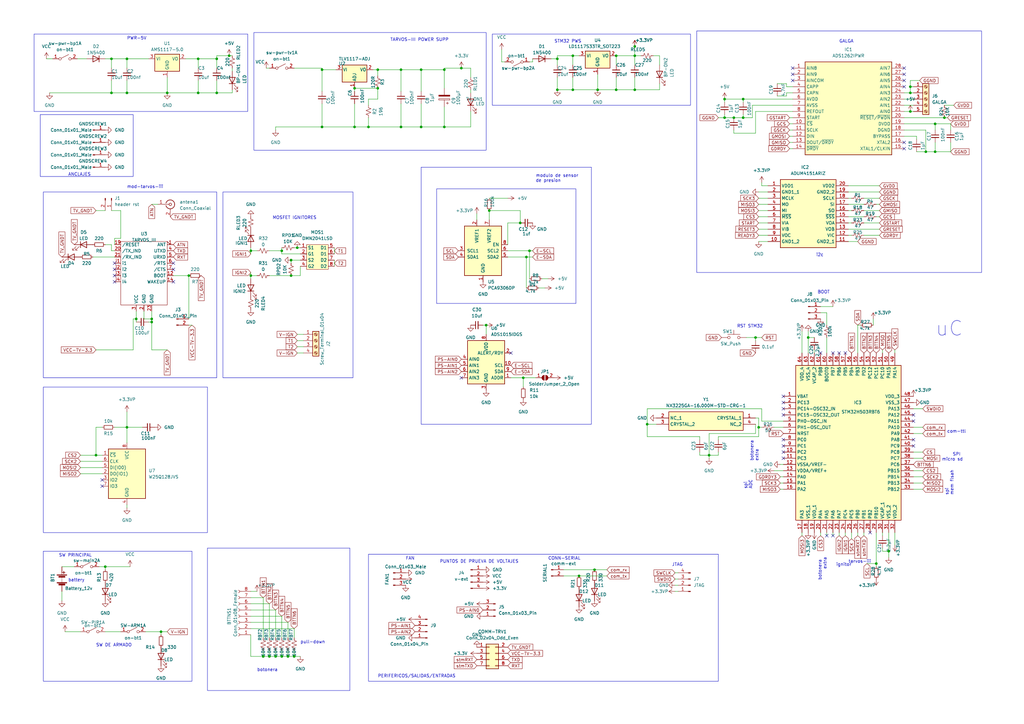
<source format=kicad_sch>
(kicad_sch (version 20230121) (generator eeschema)
  (paper "A3")
  (title_block (title "TrustTracer") (rev "REV_1.28") (company "UDEG_SPACE") (comment 1 "Daniel Josué Rodríguez Agraz") (comment 2 "Ubaldo de jesus Limón Corona"))
  (junction (at 43.18 232.41))
  (junction (at 145.415 36.195))
  (junction (at 88.9 24.13))
  (junction (at 154.94 36.195))
  (junction (at 66.04 259.08))
  (junction (at 260.35 19.05))
  (junction (at 189.23 27.94))
  (junction (at 93.98 22.86))
  (junction (at 115.57 269.24))
  (junction (at 172.72 28.575))
  (junction (at 290.83 186.69))
  (junction (at 164.465 52.07))
  (junction (at 387.35 48.26))
  (junction (at 182.245 52.07))
  (junction (at 120.65 269.24))
  (junction (at 52.07 38.1))
  (junction (at 52.07 24.13))
  (junction (at 45.72 24.13))
  (junction (at 113.03 269.24))
  (junction (at 297.18 48.26))
  (junction (at 217.17 102.87))
  (junction (at 77.47 113.03))
  (junction (at 107.95 269.24))
  (junction (at 252.73 22.86))
  (junction (at 311.15 175.26))
  (junction (at 234.95 22.86))
  (junction (at 304.8 48.26))
  (junction (at 119.38 106.68))
  (junction (at 213.36 91.44))
  (junction (at 55.88 130.81))
  (junction (at 81.28 24.13))
  (junction (at 62.23 130.81))
  (junction (at 119.38 113.03))
  (junction (at 265.43 173.99))
  (junction (at 154.94 28.575))
  (junction (at 110.49 269.24))
  (junction (at 364.49 226.06))
  (junction (at 39.37 186.69))
  (junction (at 199.39 133.35))
  (junction (at 379.73 62.23))
  (junction (at 102.87 102.87))
  (junction (at 200.66 86.36))
  (junction (at 118.11 269.24))
  (junction (at 309.88 138.43))
  (junction (at 182.245 28.575))
  (junction (at 304.8 40.64))
  (junction (at 62.23 132.08))
  (junction (at 102.87 113.03))
  (junction (at 252.73 36.83))
  (junction (at 228.6 24.13))
  (junction (at 331.47 138.43))
  (junction (at 245.11 36.83))
  (junction (at 373.38 35.56))
  (junction (at 52.07 175.26))
  (junction (at 88.9 38.1))
  (junction (at 151.13 52.07))
  (junction (at 237.49 236.22))
  (junction (at 373.38 38.1))
  (junction (at 172.72 52.07))
  (junction (at 132.08 52.07))
  (junction (at 373.38 45.72))
  (junction (at 81.28 38.1))
  (junction (at 145.415 52.07))
  (junction (at 164.465 28.575))
  (junction (at 215.9 105.41))
  (junction (at 300.99 48.26))
  (junction (at 297.18 40.64))
  (junction (at 121.92 101.6))
  (junction (at 45.72 38.1))
  (junction (at 359.41 231.14))
  (junction (at 228.6 36.83))
  (junction (at 115.57 102.87))
  (junction (at 214.63 154.94))
  (junction (at 243.84 233.68))
  (junction (at 132.08 28.575))
  (junction (at 260.35 22.86))
  (junction (at 383.54 50.8))
  (junction (at 234.95 36.83))
  (junction (at 68.58 38.1))
  (junction (at 383.54 62.23))
  (junction (at 260.35 36.83))
  (no_connect (at 339.09 219.71))
  (no_connect (at 370.84 60.96))
  (no_connect (at 341.63 144.78))
  (no_connect (at 370.84 30.48))
  (no_connect (at 370.84 35.56))
  (no_connect (at 46.99 110.49))
  (no_connect (at 41.91 196.85))
  (no_connect (at 374.65 170.18))
  (no_connect (at 321.31 162.56))
  (no_connect (at 46.99 115.57))
  (no_connect (at 325.12 30.48))
  (no_connect (at 356.87 218.44))
  (no_connect (at 46.99 107.95))
  (no_connect (at 41.91 199.39))
  (no_connect (at 370.84 33.02))
  (no_connect (at 71.12 110.49))
  (no_connect (at 189.23 154.94))
  (no_connect (at 321.31 180.34))
  (no_connect (at 374.65 182.88))
  (no_connect (at 71.12 115.57))
  (no_connect (at 370.84 27.94))
  (no_connect (at 321.31 170.18))
  (no_connect (at 46.99 113.03))
  (no_connect (at 336.55 144.78))
  (no_connect (at 344.17 144.78))
  (no_connect (at 346.71 144.78))
  (no_connect (at 325.12 27.94))
  (no_connect (at 321.31 182.88))
  (no_connect (at 321.31 185.42))
  (no_connect (at 321.31 165.1))
  (no_connect (at 71.12 107.95))
  (no_connect (at 325.12 33.02))
  (no_connect (at 370.84 58.42))
  (no_connect (at 374.65 180.34))
  (no_connect (at 341.63 219.71))
  (no_connect (at 374.65 172.72))
  (no_connect (at 209.55 144.78))
  (no_connect (at 321.31 167.64))
  (no_connect (at 321.31 187.96))
  (wire (pts (xy 115.57 269.24) (xy 118.11 269.24)))
  (wire (pts (xy 182.245 27.94) (xy 189.23 27.94)))
  (wire (pts (xy 378.46 195.58) (xy 374.65 195.58)))
  (wire (pts (xy 115.57 266.7) (xy 115.57 269.24)))
  (wire (pts (xy 370.84 48.26) (xy 387.35 48.26)))
  (wire (pts (xy 309.88 138.43) (xy 312.42 138.43)))
  (wire (pts (xy 110.49 261.62) (xy 110.49 247.65)))
  (wire (pts (xy 245.11 30.48) (xy 245.11 36.83)))
  (wire (pts (xy 121.92 137.16) (xy 124.46 137.16)))
  (wire (pts (xy 339.09 138.43) (xy 339.09 144.78)))
  (wire (pts (xy 347.98 96.52) (xy 349.25 96.52)))
  (wire (pts (xy 120.65 266.7) (xy 120.65 269.24)))
  (wire (pts (xy 290.83 186.69) (xy 294.64 186.69)))
  (wire (pts (xy 115.57 101.6) (xy 115.57 102.87)))
  (wire (pts (xy 118.11 255.27) (xy 118.11 261.62)))
  (wire (pts (xy 373.38 35.56) (xy 373.38 38.1)))
  (wire (pts (xy 270.51 22.86) (xy 270.51 26.67)))
  (wire (pts (xy 43.18 24.13) (xy 45.72 24.13)))
  (wire (pts (xy 309.88 177.8) (xy 290.83 177.8)))
  (wire (pts (xy 312.42 74.93) (xy 312.42 76.2)))
  (wire (pts (xy 252.73 26.67) (xy 252.73 22.86)))
  (wire (pts (xy 359.41 88.9) (xy 360.68 88.9)))
  (wire (pts (xy 26.67 259.08) (xy 33.02 259.08)))
  (wire (pts (xy 93.98 22.86) (xy 95.25 22.86)))
  (wire (pts (xy 377.19 33.02) (xy 373.38 33.02)))
  (wire (pts (xy 378.46 193.04) (xy 374.65 193.04)))
  (wire (pts (xy 113.03 52.07) (xy 113.03 53.34)))
  (wire (pts (xy 347.98 83.82) (xy 354.33 83.82)))
  (wire (pts (xy 373.38 45.72) (xy 374.65 45.72)))
  (wire (pts (xy 354.33 218.44) (xy 354.33 219.71)))
  (wire (pts (xy 217.17 25.4) (xy 218.44 25.4)))
  (wire (pts (xy 66.04 260.35) (xy 66.04 259.08)))
  (wire (pts (xy 132.08 37.465) (xy 132.08 28.575)))
  (wire (pts (xy 322.58 39.37) (xy 318.77 39.37)))
  (wire (pts (xy 287.02 186.69) (xy 290.83 186.69)))
  (wire (pts (xy 309.88 54.61) (xy 309.88 45.72)))
  (wire (pts (xy 102.87 269.24) (xy 107.95 269.24)))
  (wire (pts (xy 120.65 269.24) (xy 123.19 269.24)))
  (wire (pts (xy 331.47 135.89) (xy 331.47 138.43)))
  (wire (pts (xy 71.12 113.03) (xy 77.47 113.03)))
  (wire (pts (xy 331.47 138.43) (xy 331.47 144.78)))
  (wire (pts (xy 304.8 46.99) (xy 304.8 48.26)))
  (wire (pts (xy 228.6 36.83) (xy 234.95 36.83)))
  (wire (pts (xy 226.06 24.13) (xy 228.6 24.13)))
  (wire (pts (xy 309.88 171.45) (xy 311.15 171.45)))
  (wire (pts (xy 62.23 83.82) (xy 64.77 83.82)))
  (wire (pts (xy 311.15 175.26) (xy 312.42 175.26)))
  (wire (pts (xy 260.35 19.05) (xy 260.35 22.86)))
  (wire (pts (xy 81.28 27.94) (xy 81.28 24.13)))
  (wire (pts (xy 208.28 91.44) (xy 213.36 91.44)))
  (wire (pts (xy 215.9 105.41) (xy 218.44 105.41)))
  (wire (pts (xy 297.18 40.64) (xy 304.8 40.64)))
  (wire (pts (xy 81.28 38.1) (xy 68.58 38.1)))
  (wire (pts (xy 19.05 24.13) (xy 21.59 24.13)))
  (wire (pts (xy 40.64 232.41) (xy 43.18 232.41)))
  (wire (pts (xy 49.53 86.36) (xy 49.53 97.79)))
  (wire (pts (xy 237.49 236.22) (xy 231.14 236.22)))
  (wire (pts (xy 311.15 78.74) (xy 314.96 78.74)))
  (wire (pts (xy 234.95 22.86) (xy 234.95 26.67)))
  (wire (pts (xy 389.89 62.23) (xy 389.89 58.42)))
  (wire (pts (xy 344.17 218.44) (xy 344.17 219.71)))
  (wire (pts (xy 354.33 81.28) (xy 360.68 81.28)))
  (wire (pts (xy 355.6 231.14) (xy 359.41 231.14)))
  (wire (pts (xy 361.95 224.79) (xy 361.95 226.06)))
  (wire (pts (xy 172.72 37.465) (xy 172.72 28.575)))
  (wire (pts (xy 214.63 154.94) (xy 214.63 158.75)))
  (wire (pts (xy 294.64 179.07) (xy 311.15 179.07)))
  (wire (pts (xy 132.08 52.07) (xy 145.415 52.07)))
  (wire (pts (xy 107.95 266.7) (xy 107.95 269.24)))
  (wire (pts (xy 323.85 53.34) (xy 325.12 53.34)))
  (wire (pts (xy 62.23 132.08) (xy 62.23 130.81)))
  (wire (pts (xy 287.02 186.69) (xy 287.02 185.42)))
  (wire (pts (xy 320.04 198.12) (xy 321.31 198.12)))
  (wire (pts (xy 317.5 193.04) (xy 321.31 193.04)))
  (wire (pts (xy 52.07 208.28) (xy 52.07 207.01)))
  (wire (pts (xy 62.23 130.81) (xy 59.055 130.81)))
  (wire (pts (xy 311.15 83.82) (xy 314.96 83.82)))
  (wire (pts (xy 39.37 143.51) (xy 54.61 143.51)))
  (wire (pts (xy 294.64 179.07) (xy 294.64 180.34)))
  (wire (pts (xy 52.07 24.13) (xy 60.96 24.13)))
  (wire (pts (xy 309.88 173.99) (xy 309.88 177.8)))
  (wire (pts (xy 354.33 86.36) (xy 360.68 86.36)))
  (wire (pts (xy 359.41 218.44) (xy 359.41 231.14)))
  (wire (pts (xy 217.17 102.87) (xy 217.17 114.3)))
  (wire (pts (xy 107.95 269.24) (xy 110.49 269.24)))
  (wire (pts (xy 45.72 24.13) (xy 45.72 27.94)))
  (wire (pts (xy 137.16 106.68) (xy 137.16 109.22)))
  (wire (pts (xy 132.08 42.545) (xy 132.08 52.07)))
  (wire (pts (xy 359.41 83.82) (xy 360.68 83.82)))
  (wire (pts (xy 110.49 113.03) (xy 119.38 113.03)))
  (wire (pts (xy 102.87 252.73) (xy 115.57 252.73)))
  (wire (pts (xy 193.04 38.1) (xy 193.04 36.83)))
  (wire (pts (xy 373.38 38.1) (xy 374.65 38.1)))
  (wire (pts (xy 43.18 100.33) (xy 45.72 100.33)))
  (wire (pts (xy 195.58 87.63) (xy 195.58 90.17)))
  (wire (pts (xy 300.99 48.26) (xy 304.8 48.26)))
  (wire (pts (xy 347.98 91.44) (xy 349.25 91.44)))
  (wire (pts (xy 351.79 218.44) (xy 351.79 219.71)))
  (wire (pts (xy 81.28 33.02) (xy 81.28 38.1)))
  (wire (pts (xy 39.37 86.36) (xy 43.18 86.36)))
  (wire (pts (xy 383.54 50.8) (xy 383.54 53.34)))
  (wire (pts (xy 25.4 232.41) (xy 30.48 232.41)))
  (wire (pts (xy 52.07 38.1) (xy 68.58 38.1)))
  (wire (pts (xy 351.79 133.35) (xy 353.06 133.35)))
  (wire (pts (xy 360.68 76.2) (xy 347.98 76.2)))
  (wire (pts (xy 347.98 86.36) (xy 349.25 86.36)))
  (wire (pts (xy 102.87 111.76) (xy 102.87 113.03)))
  (wire (pts (xy 119.38 106.68) (xy 123.19 106.68)))
  (wire (pts (xy 49.53 97.79) (xy 46.99 97.79)))
  (wire (pts (xy 120.65 257.81) (xy 120.65 261.62)))
  (wire (pts (xy 323.85 50.8) (xy 325.12 50.8)))
  (wire (pts (xy 374.65 187.96) (xy 378.46 187.96)))
  (wire (pts (xy 39.37 175.26) (xy 41.91 175.26)))
  (wire (pts (xy 361.95 226.06) (xy 364.49 226.06)))
  (wire (pts (xy 55.88 127.635) (xy 55.88 130.81)))
  (wire (pts (xy 334.01 143.51) (xy 334.01 144.78)))
  (wire (pts (xy 346.71 218.44) (xy 346.71 219.71)))
  (wire (pts (xy 323.85 60.96) (xy 325.12 60.96)))
  (wire (pts (xy 123.19 109.22) (xy 123.19 113.03)))
  (wire (pts (xy 224.79 114.3) (xy 222.25 114.3)))
  (wire (pts (xy 308.61 43.18) (xy 308.61 48.26)))
  (wire (pts (xy 77.47 113.03) (xy 77.47 130.81)))
  (wire (pts (xy 378.46 167.64) (xy 374.65 167.64)))
  (wire (pts (xy 378.46 198.12) (xy 374.65 198.12)))
  (wire (pts (xy 182.245 36.195) (xy 182.245 28.575)))
  (wire (pts (xy 198.12 133.35) (xy 199.39 133.35)))
  (wire (pts (xy 260.35 36.83) (xy 270.51 36.83)))
  (wire (pts (xy 311.15 86.36) (xy 314.96 86.36)))
  (wire (pts (xy 182.245 52.07) (xy 193.04 52.07)))
  (wire (pts (xy 265.43 179.07) (xy 265.43 173.99)))
  (wire (pts (xy 354.33 91.44) (xy 360.68 91.44)))
  (wire (pts (xy 88.9 27.94) (xy 88.9 24.13)))
  (wire (pts (xy 260.35 22.86) (xy 262.89 22.86)))
  (wire (pts (xy 182.245 52.07) (xy 172.72 52.07)))
  (wire (pts (xy 243.84 233.68) (xy 231.14 233.68)))
  (wire (pts (xy 38.1 105.41) (xy 46.99 105.41)))
  (wire (pts (xy 88.9 22.86) (xy 93.98 22.86)))
  (wire (pts (xy 113.03 266.7) (xy 113.03 269.24)))
  (wire (pts (xy 364.49 218.44) (xy 364.49 226.06)))
  (wire (pts (xy 102.87 257.81) (xy 120.65 257.81)))
  (wire (pts (xy 62.23 130.81) (xy 62.23 127.635)))
  (wire (pts (xy 383.54 50.8) (xy 370.84 50.8)))
  (wire (pts (xy 373.38 33.02) (xy 373.38 35.56)))
  (wire (pts (xy 306.07 138.43) (xy 309.88 138.43)))
  (wire (pts (xy 118.11 266.7) (xy 118.11 269.24)))
  (wire (pts (xy 387.35 43.18) (xy 391.16 43.18)))
  (wire (pts (xy 164.465 37.465) (xy 164.465 28.575)))
  (wire (pts (xy 260.35 31.75) (xy 260.35 36.83)))
  (wire (pts (xy 341.63 218.44) (xy 341.63 219.71)))
  (wire (pts (xy 105.41 113.03) (xy 102.87 113.03)))
  (wire (pts (xy 389.89 50.8) (xy 383.54 50.8)))
  (wire (pts (xy 110.49 102.87) (xy 115.57 102.87)))
  (wire (pts (xy 172.72 28.575) (xy 182.245 28.575)))
  (wire (pts (xy 45.72 24.13) (xy 52.07 24.13)))
  (wire (pts (xy 300.99 54.61) (xy 300.99 53.34)))
  (wire (pts (xy 208.28 102.87) (xy 217.17 102.87)))
  (wire (pts (xy 45.72 100.33) (xy 45.72 102.87)))
  (wire (pts (xy 193.04 45.72) (xy 193.04 52.07)))
  (wire (pts (xy 311.15 179.07) (xy 311.15 175.26)))
  (wire (pts (xy 267.97 22.86) (xy 270.51 22.86)))
  (wire (pts (xy 209.55 154.94) (xy 214.63 154.94)))
  (wire (pts (xy 113.03 250.19) (xy 102.87 250.19)))
  (wire (pts (xy 107.95 245.11) (xy 107.95 261.62)))
  (wire (pts (xy 115.57 104.14) (xy 123.19 104.14)))
  (wire (pts (xy 322.58 34.29) (xy 322.58 35.56)))
  (wire (pts (xy 45.72 102.87) (xy 46.99 102.87)))
  (wire (pts (xy 172.72 28.575) (xy 164.465 28.575)))
  (wire (pts (xy 102.87 102.87) (xy 102.87 104.14)))
  (wire (pts (xy 20.32 38.1) (xy 45.72 38.1)))
  (wire (pts (xy 121.92 142.24) (xy 124.46 142.24)))
  (wire (pts (xy 113.03 269.24) (xy 115.57 269.24)))
  (wire (pts (xy 208.28 105.41) (xy 215.9 105.41)))
  (wire (pts (xy 45.72 86.36) (xy 49.53 86.36)))
  (wire (pts (xy 311.15 91.44) (xy 314.96 91.44)))
  (wire (pts (xy 105.41 102.87) (xy 102.87 102.87)))
  (wire (pts (xy 311.15 88.9) (xy 314.96 88.9)))
  (wire (pts (xy 43.18 233.68) (xy 43.18 232.41)))
  (wire (pts (xy 323.85 58.42) (xy 325.12 58.42)))
  (wire (pts (xy 119.38 106.68) (xy 119.38 107.95)))
  (wire (pts (xy 309.88 138.43) (xy 309.88 139.7)))
  (wire (pts (xy 182.245 27.94) (xy 182.245 28.575)))
  (wire (pts (xy 336.55 219.71) (xy 336.55 218.44)))
  (wire (pts (xy 39.37 186.69) (xy 41.91 186.69)))
  (wire (pts (xy 364.49 226.06) (xy 364.49 228.6)))
  (wire (pts (xy 325.12 43.18) (xy 308.61 43.18)))
  (wire (pts (xy 154.94 28.575) (xy 164.465 28.575)))
  (wire (pts (xy 33.02 194.31) (xy 41.91 194.31)))
  (wire (pts (xy 193.04 27.94) (xy 193.04 31.75)))
  (wire (pts (xy 68.58 143.51) (xy 62.23 143.51)))
  (wire (pts (xy 54.61 143.51) (xy 54.61 130.81)))
  (wire (pts (xy 276.86 234.95) (xy 278.13 234.95)))
  (wire (pts (xy 228.6 22.86) (xy 234.95 22.86)))
  (wire (pts (xy 323.85 48.26) (xy 325.12 48.26)))
  (wire (pts (xy 367.03 143.51) (xy 367.03 144.78)))
  (wire (pts (xy 88.9 33.02) (xy 88.9 38.1)))
  (wire (pts (xy 276.86 237.49) (xy 278.13 237.49)))
  (wire (pts (xy 252.73 36.83) (xy 245.11 36.83)))
  (wire (pts (xy 321.31 172.72) (xy 312.42 172.72)))
  (wire (pts (xy 312.42 167.64) (xy 312.42 172.72)))
  (wire (pts (xy 121.92 101.6) (xy 123.19 101.6)))
  (wire (pts (xy 52.07 168.91) (xy 52.07 175.26)))
  (wire (pts (xy 153.035 28.575) (xy 154.94 28.575)))
  (wire (pts (xy 110.49 269.24) (xy 113.03 269.24)))
  (wire (pts (xy 375.92 57.15) (xy 375.92 55.88)))
  (wire (pts (xy 33.02 191.77) (xy 41.91 191.77)))
  (wire (pts (xy 46.99 97.79) (xy 46.99 100.33)))
  (wire (pts (xy 200.66 81.28) (xy 208.28 81.28)))
  (wire (pts (xy 387.35 48.26) (xy 388.62 48.26)))
  (wire (pts (xy 58.42 175.26) (xy 52.07 175.26)))
  (wire (pts (xy 379.73 53.34) (xy 379.73 62.23)))
  (wire (pts (xy 336.55 125.73) (xy 341.63 125.73)))
  (wire (pts (xy 110.49 266.7) (xy 110.49 269.24)))
  (wire (pts (xy 320.04 190.5) (xy 321.31 190.5)))
  (wire (pts (xy 311.15 171.45) (xy 311.15 175.26)))
  (wire (pts (xy 375.92 55.88) (xy 370.84 55.88)))
  (wire (pts (xy 347.98 99.06) (xy 351.79 99.06)))
  (wire (pts (xy 322.58 38.1) (xy 322.58 39.37)))
  (wire (pts (xy 312.42 76.2) (xy 314.96 76.2)))
  (wire (pts (xy 367.03 223.52) (xy 367.03 218.44)))
  (wire (pts (xy 52.07 175.26) (xy 52.07 181.61)))
  (wire (pts (xy 45.72 38.1) (xy 52.07 38.1)))
  (wire (pts (xy 374.65 35.56) (xy 373.38 35.56)))
  (wire (pts (xy 88.9 38.1) (xy 95.25 38.1)))
  (wire (pts (xy 120.65 101.6) (xy 121.92 101.6)))
  (wire (pts (xy 78.74 133.35) (xy 77.47 133.35)))
  (wire (pts (xy 115.57 102.87) (xy 115.57 104.14)))
  (wire (pts (xy 318.77 34.29) (xy 322.58 34.29)))
  (wire (pts (xy 132.08 28.575) (xy 132.08 27.94)))
  (wire (pts (xy 260.35 26.67) (xy 260.35 22.86)))
  (wire (pts (xy 52.07 33.02) (xy 52.07 38.1)))
  (wire (pts (xy 347.98 88.9) (xy 354.33 88.9)))
  (wire (pts (xy 331.47 138.43) (xy 334.01 138.43)))
  (wire (pts (xy 248.92 236.22) (xy 237.49 236.22)))
  (wire (pts (xy 145.415 36.195) (xy 154.94 36.195)))
  (wire (pts (xy 228.6 24.13) (xy 228.6 26.67)))
  (wire (pts (xy 252.73 22.86) (xy 260.35 22.86)))
  (wire (pts (xy 33.02 186.69) (xy 39.37 186.69)))
  (wire (pts (xy 88.9 22.86) (xy 88.9 24.13)))
  (wire (pts (xy 172.72 42.545) (xy 172.72 52.07)))
  (wire (pts (xy 328.93 219.71) (xy 328.93 218.44)))
  (wire (pts (xy 309.88 45.72) (xy 325.12 45.72)))
  (wire (pts (xy 66.04 259.08) (xy 68.58 259.08)))
  (wire (pts (xy 59.055 130.81) (xy 59.055 127.635)))
  (wire (pts (xy 290.83 187.96) (xy 290.83 186.69)))
  (wire (pts (xy 208.28 100.33) (xy 208.28 91.44)))
  (wire (pts (xy 349.25 218.44) (xy 349.25 220.98)))
  (wire (pts (xy 389.89 62.23) (xy 383.54 62.23)))
  (wire (pts (xy 95.25 36.83) (xy 95.25 38.1)))
  (wire (pts (xy 214.63 154.94) (xy 219.71 154.94)))
  (wire (pts (xy 39.37 175.26) (xy 39.37 186.69)))
  (wire (pts (xy 145.415 37.465) (xy 145.415 36.195)))
  (wire (pts (xy 189.23 27.94) (xy 193.04 27.94)))
  (wire (pts (xy 113.03 52.07) (xy 132.08 52.07)))
  (wire (pts (xy 317.5 175.26) (xy 321.31 175.26)))
  (wire (pts (xy 118.11 269.24) (xy 120.65 269.24)))
  (wire (pts (xy 325.12 38.1) (xy 322.58 38.1)))
  (wire (pts (xy 218.44 25.4) (xy 218.44 24.13)))
  (wire (pts (xy 252.73 31.75) (xy 252.73 36.83)))
  (wire (pts (xy 154.94 31.115) (xy 154.94 28.575)))
  (wire (pts (xy 121.92 144.78) (xy 124.46 144.78)))
  (wire (pts (xy 351.79 133.35) (xy 351.79 144.78)))
  (wire (pts (xy 25.4 246.38) (xy 25.4 242.57)))
  (wire (pts (xy 290.83 177.8) (xy 290.83 186.69)))
  (wire (pts (xy 336.55 128.27) (xy 339.09 128.27)))
  (wire (pts (xy 105.41 242.57) (xy 102.87 242.57)))
  (wire (pts (xy 297.18 40.64) (xy 297.18 41.91)))
  (wire (pts (xy 311.15 96.52) (xy 314.96 96.52)))
  (wire (pts (xy 265.43 173.99) (xy 269.24 173.99)))
  (wire (pts (xy 151.13 48.26) (xy 151.13 52.07)))
  (wire (pts (xy 311.15 81.28) (xy 314.96 81.28)))
  (wire (pts (xy 55.88 130.81) (xy 55.88 132.08)))
  (wire (pts (xy 297.18 48.26) (xy 300.99 48.26)))
  (wire (pts (xy 311.15 93.98) (xy 314.96 93.98)))
  (wire (pts (xy 102.87 101.6) (xy 102.87 102.87)))
  (wire (pts (xy 120.65 27.94) (xy 132.08 27.94)))
  (wire (pts (xy 374.65 185.42) (xy 378.46 185.42)))
  (wire (pts (xy 359.41 231.14) (xy 359.41 232.41)))
  (wire (pts (xy 113.03 261.62) (xy 113.03 250.19)))
  (wire (pts (xy 287.02 179.07) (xy 265.43 179.07)))
  (wire (pts (xy 361.95 219.71) (xy 361.95 218.44)))
  (wire (pts (xy 43.18 259.08) (xy 49.53 259.08)))
  (wire (pts (xy 354.33 96.52) (xy 360.68 96.52)))
  (wire (pts (xy 287.02 179.07) (xy 287.02 180.34)))
  (wire (pts (xy 361.95 143.51) (xy 361.95 144.78)))
  (wire (pts (xy 370.84 40.64) (xy 374.65 40.64)))
  (wire (pts (xy 199.39 133.35) (xy 199.39 137.16)))
  (wire (pts (xy 43.18 232.41) (xy 53.34 232.41)))
  (wire (pts (xy 322.58 35.56) (xy 325.12 35.56)))
  (wire (pts (xy 265.43 173.99) (xy 265.43 167.64)))
  (wire (pts (xy 151.13 52.07) (xy 164.465 52.07)))
  (wire (pts (xy 370.84 43.18) (xy 374.65 43.18)))
  (wire (pts (xy 45.72 33.02) (xy 45.72 38.1)))
  (wire (pts (xy 270.51 36.83) (xy 270.51 34.29)))
  (wire (pts (xy 276.86 240.03) (xy 278.13 240.03)))
  (wire (pts (xy 347.98 78.74) (xy 360.68 78.74)))
  (wire (pts (xy 234.95 36.83) (xy 245.11 36.83)))
  (wire (pts (xy 276.86 242.57) (xy 278.13 242.57)))
  (wire (pts (xy 151.13 43.18) (xy 151.13 40.64)))
  (wire (pts (xy 68.58 31.75) (xy 68.58 38.1)))
  (wire (pts (xy 304.8 40.64) (xy 325.12 40.64)))
  (wire (pts (xy 379.73 53.34) (xy 370.84 53.34)))
  (wire (pts (xy 102.87 113.03) (xy 102.87 114.3)))
  (wire (pts (xy 102.87 255.27) (xy 118.11 255.27)))
  (wire (pts (xy 248.92 233.68) (xy 243.84 233.68)))
  (wire (pts (xy 52.07 24.13) (xy 52.07 27.94)))
  (wire (pts (xy 102.87 260.35) (xy 102.87 269.24)))
  (wire (pts (xy 115.57 261.62) (xy 115.57 252.73)))
  (wire (pts (xy 234.95 31.75) (xy 234.95 36.83)))
  (wire (pts (xy 375.92 62.23) (xy 379.73 62.23)))
  (wire (pts (xy 151.13 40.64) (xy 154.94 40.64)))
  (wire (pts (xy 294.64 48.26) (xy 297.18 48.26)))
  (wire (pts (xy 60.96 132.08) (xy 62.23 132.08)))
  (wire (pts (xy 81.28 24.13) (xy 88.9 24.13)))
  (wire (pts (xy 374.65 177.8) (xy 378.46 177.8)))
  (wire (pts (xy 213.36 86.36) (xy 213.36 91.44)))
  (wire (pts (xy 200.66 90.17) (xy 200.66 86.36)))
  (wire (pts (xy 328.93 135.89) (xy 328.93 144.78)))
  (wire (pts (xy 320.04 195.58) (xy 321.31 195.58)))
  (wire (pts (xy 323.85 55.88) (xy 325.12 55.88)))
  (wire (pts (xy 383.54 58.42) (xy 383.54 62.23)))
  (wire (pts (xy 304.8 48.26) (xy 308.61 48.26)))
  (wire (pts (xy 54.61 130.81) (xy 55.88 130.81)))
  (wire (pts (xy 294.64 186.69) (xy 294.64 185.42)))
  (wire (pts (xy 95.25 29.21) (xy 95.25 27.94)))
  (wire (pts (xy 145.415 52.07) (xy 151.13 52.07)))
  (wire (pts (xy 370.84 38.1) (xy 373.38 38.1)))
  (wire (pts (xy 123.19 113.03) (xy 119.38 113.03)))
  (wire (pts (xy 347.98 93.98) (xy 360.68 93.98)))
  (wire (pts (xy 88.9 38.1) (xy 81.28 38.1)))
  (wire (pts (xy 59.69 259.08) (xy 66.04 259.08)))
  (wire (pts (xy 358.14 130.81) (xy 358.14 133.35)))
  (wire (pts (xy 320.04 200.66) (xy 321.31 200.66)))
  (wire (pts (xy 252.73 36.83) (xy 260.35 36.83)))
  (wire (pts (xy 121.92 139.7) (xy 124.46 139.7)))
  (wire (pts (xy 62.23 132.08) (xy 62.23 143.51)))
  (wire (pts (xy 182.245 43.815) (xy 182.245 52.07)))
  (wire (pts (xy 228.6 31.75) (xy 228.6 36.83)))
  (wire (pts (xy 110.49 27.94) (xy 109.22 27.94)))
  (wire (pts (xy 378.46 200.66) (xy 374.65 200.66)))
  (wire (pts (xy 110.49 247.65) (xy 102.87 247.65)))
  (wire (pts (xy 76.2 24.13) (xy 81.28 24.13)))
  (wire (pts (xy 132.08 28.575) (xy 137.795 28.575)))
  (wire (pts (xy 297.18 48.26) (xy 297.18 46.99)))
  (wire (pts (xy 347.98 81.28) (xy 349.25 81.28)))
  (wire (pts (xy 102.87 245.11) (xy 107.95 245.11)))
  (wire (pts (xy 339.09 128.27) (xy 339.09 133.35)))
  (wire (pts (xy 370.84 45.72) (xy 373.38 45.72)))
  (wire (pts (xy 265.43 167.64) (xy 312.42 167.64)))
  (wire (pts (xy 223.52 118.11) (xy 220.98 118.11)))
  (wire (pts (xy 46.99 175.26) (xy 52.07 175.26)))
  (wire (pts (xy 164.465 52.07) (xy 172.72 52.07)))
  (wire (pts (xy 234.95 22.86) (xy 237.49 22.86)))
  (wire (pts (xy 31.75 24.13) (xy 35.56 24.13)))
  (wire (pts (xy 205.74 20.32) (xy 205.74 25.4)))
  (wire (pts (xy 164.465 42.545) (xy 164.465 52.07)))
  (wire (pts (xy 374.65 175.26) (xy 378.46 175.26)))
  (wire (pts (xy 228.6 24.13) (xy 228.6 22.86)))
  (wire (pts (xy 33.02 189.23) (xy 41.91 189.23)))
  (wire (pts (xy 205.74 25.4) (xy 207.01 25.4)))
  (wire (pts (xy 145.415 52.07) (xy 145.415 42.545)))
  (wire (pts (xy 379.73 62.23) (xy 383.54 62.23)))
  (wire (pts (xy 311.15 99.06) (xy 314.96 99.06)))
  (wire (pts (xy 215.9 105.41) (xy 215.9 118.11)))
  (wire (pts (xy 389.89 50.8) (xy 389.89 53.34)))
  (wire (pts (xy 304.8 40.64) (xy 304.8 41.91)))
  (wire (pts (xy 217.17 102.87) (xy 218.44 102.87)))
  (wire (pts (xy 300.99 54.61) (xy 309.88 54.61)))
  (wire (pts (xy 339.09 218.44) (xy 339.09 219.71)))
  (wire (pts (xy 200.66 86.36) (xy 213.36 86.36)))
  (wire (pts (xy 154.94 36.195) (xy 154.94 40.64)))
  (wire (pts (xy 137.16 101.6) (xy 137.16 104.14)))
  (rectangle (start 85.09 224.79) (end 143.51 283.21))
  (rectangle (start 172.72 68.58) (end 242.57 173.99))
  (rectangle (start 16.51 46.99) (end 54.61 72.39))
  (rectangle (start 179.07 77.47) (end 236.22 124.46))
  (rectangle (start 17.78 158.75) (end 85.09 218.44))
  (rectangle (start 17.78 226.06) (end 78.74 279.4))
  (rectangle (start 151.13 227.33) (end 294.64 279.4))
  (rectangle (start 201.93 13.97) (end 283.21 43.18))
  (rectangle (start 13.97 13.97) (end 101.6 45.72))
  (rectangle (start 91.44 78.74) (end 144.78 154.94))
  (rectangle (start 285.75 12.7) (end 402.59 111.76))
  (rectangle (start 17.78 78.74) (end 88.9 154.94))
  (rectangle (start 104.14 13.335) (end 199.39 61.595))
  (text "JTAG\n" (at 275.59 232.41 0) (effects (font (size 1.27 1.27)) (justify left bottom)))
  (text "ignitor\n" (at 342.9 232.41 0) (effects (font (size 1.27 1.27)) (justify left bottom)))
  (text "PERIFERICOS/SALIDAS/ENTRADAS" (at 154.94 278.13 0) (effects (font (size 1.27 1.27)) (justify left bottom)))
  (text "mod-tarvos-iii" (at 52.07 77.47 0) (effects (font (size 1.27 1.27)) (justify left bottom)))
  (text "PUNTOS DE PRUEVA DE VOLTAJES" (at 180.34 231.14 0) (effects (font (size 1.27 1.27)) (justify left bottom)))
  (text "battery\n" (at 27.94 238.76 0) (effects (font (size 1.27 1.27)) (justify left bottom)))
  (text "BOOT" (at 335.28 120.65 0) (effects (font (size 1.27 1.27)) (justify left bottom)))
  (text "ANCLAJES" (at 27.94 72.39 0) (effects (font (size 1.27 1.27)) (justify left bottom)))
  (text "botonera" (at 105.41 275.59 0) (effects (font (size 1.27 1.27)) (justify left bottom)))
  (text "TARVOS-III POWER SUPP\n" (at 160.02 17.145 0) (effects (font (size 1.27 1.27)) (justify left bottom)))
  (text "FAN" (at 166.37 229.87 0) (effects (font (size 1.27 1.27)) (justify left bottom)))
  (text "SW PRINCIPAL" (at 24.13 228.6 0) (effects (font (size 1.27 1.27)) (justify left bottom)))
  (text "spi\nADC\n" (at 308.61 200.66 90) (effects (font (size 1.27 1.27)) (justify left bottom)))
  (text "SW DE ARMADO" (at 39.37 265.43 0) (effects (font (size 1.27 1.27)) (justify left bottom)))
  (text "botonera \nextra" (at 339.09 228.6 90) (effects (font (size 1.27 1.27)) (justify right bottom)))
  (text "PWR-5V\n" (at 52.07 16.51 0) (effects (font (size 1.27 1.27)) (justify left bottom)))
  (text "GALGA\n" (at 344.17 17.78 0) (effects (font (size 1.27 1.27)) (justify left bottom)))
  (text "i2c" (at 337.82 105.41 0) (effects (font (size 1.27 1.27)) (justify right bottom)))
  (text "botonera \nextra" (at 311.15 189.23 90) (effects (font (size 1.27 1.27)) (justify left bottom)))
  (text "com-ttl\n" (at 396.24 177.8 0) (effects (font (size 1.27 1.27)) (justify right bottom)))
  (text "pull-down" (at 123.19 264.16 0) (effects (font (size 1.27 1.27)) (justify left bottom)))
  (text "tarvos-iii\n" (at 347.98 231.14 0) (effects (font (size 1.27 1.27)) (justify left bottom)))
  (text "MOSFET IGNITORES" (at 111.76 90.17 0) (effects (font (size 1.27 1.27)) (justify left bottom)))
  (text "STM32 PWS" (at 227.33 17.78 0) (effects (font (size 1.27 1.27)) (justify left bottom)))
  (text "SPI \n micro sd" (at 394.97 189.23 0) (effects (font (size 1.27 1.27)) (justify right bottom)))
  (text "modulo de sensor \nde presion\n" (at 219.71 74.93 0) (effects (font (size 1.27 1.27)) (justify left bottom)))
  (text "CONN-SERIAL" (at 224.79 229.87 0) (effects (font (size 1.27 1.27)) (justify left bottom)))
  (text "RST STM32\n" (at 302.26 134.62 0) (effects (font (size 1.27 1.27)) (justify left bottom)))
  (text "uC\n" (at 383.54 138.43 0) (effects (font (size 6 6)) (justify left bottom)))
  (text "spi\nmem flsah\n" (at 391.16 203.2 90) (effects (font (size 1.27 1.27)) (justify left bottom)))
  (global_label "BTTN6" (shape input) (at 374.65 190.5 0) (property "Intersheetrefs" "${INTERSHEET_REFS}" (effects hide)) (property "Referencias entre hojas" "${INTERSHEET_REFS}" (effects hide)))
  (global_label "VCC-TV-3.3" (shape input) (at 208.28 267.97 0) (property "Intersheetrefs" "${INTERSHEET_REFS}" (effects hide)) (property "Referencias entre hojas" "${INTERSHEET_REFS}" (effects hide)))
  (global_label "MOSI2" (shape input) (at 378.46 200.66 0) (property "Intersheetrefs" "${INTERSHEET_REFS}" (effects hide)))
  (global_label "IGNI2" (shape input) (at 344.17 219.71 270) (property "Intersheetrefs" "${INTERSHEET_REFS}" (effects hide)) (property "Referencias entre hojas" "${INTERSHEET_REFS}" (effects hide)))
  (global_label "SDA" (shape input) (at 351.79 133.35 90) (property "Intersheetrefs" "${INTERSHEET_REFS}" (effects hide)))
  (global_label "GRESET" (shape input) (at 388.62 48.26 0) (property "Intersheetrefs" "${INTERSHEET_REFS}" (effects hide)))
  (global_label "BTTN4" (shape input) (at 359.41 144.78 90) (property "Intersheetrefs" "${INTERSHEET_REFS}" (effects hide)) (property "Referencias entre hojas" "${INTERSHEET_REFS}" (effects hide)))
  (global_label "E-SDA" (shape input) (at 209.55 152.4 0) (property "Intersheetrefs" "${INTERSHEET_REFS}" (effects hide)))
  (global_label "PS-AIN0" (shape input) (at 198.12 250.19 180) (property "Intersheetrefs" "${INTERSHEET_REFS}" (effects hide)))
  (global_label "SWDIO" (shape input) (at 378.46 167.64 0) (property "Intersheetrefs" "${INTERSHEET_REFS}" (effects hide)))
  (global_label "GND" (shape input) (at 309.88 144.78 180) (property "Intersheetrefs" "${INTERSHEET_REFS}" (effects hide)))
  (global_label "stmTXD" (shape input) (at 354.33 219.71 270) (property "Intersheetrefs" "${INTERSHEET_REFS}" (effects hide)))
  (global_label "MOSI" (shape input) (at 378.46 187.96 0) (property "Intersheetrefs" "${INTERSHEET_REFS}" (effects hide)))
  (global_label "PS-AIN2" (shape input) (at 170.18 259.08 180) (property "Intersheetrefs" "${INTERSHEET_REFS}" (effects hide)))
  (global_label "E-SDA" (shape input) (at 218.44 105.41 0) (property "Intersheetrefs" "${INTERSHEET_REFS}" (effects hide)))
  (global_label "TXD" (shape input) (at 208.28 270.51 0) (property "Intersheetrefs" "${INTERSHEET_REFS}" (effects hide)))
  (global_label "TV_GNDT" (shape input) (at 39.37 86.36 180) (property "Intersheetrefs" "${INTERSHEET_REFS}" (effects hide)) (property "Referencias entre hojas" "${INTERSHEET_REFS}" (effects hide)))
  (global_label "GSCK" (shape input) (at 360.68 81.28 0) (property "Intersheetrefs" "${INTERSHEET_REFS}" (effects hide)))
  (global_label "START" (shape input) (at 311.15 91.44 180) (property "Intersheetrefs" "${INTERSHEET_REFS}" (effects hide)))
  (global_label "V-IGN" (shape input) (at 68.58 259.08 0) (property "Intersheetrefs" "${INTERSHEET_REFS}" (effects hide)) (property "Referencias entre hojas" "${INTERSHEET_REFS}" (effects hide)))
  (global_label "PS-AIN0" (shape input) (at 189.23 147.32 180) (property "Intersheetrefs" "${INTERSHEET_REFS}" (effects hide)))
  (global_label "MOSI2" (shape input) (at 33.02 191.77 180) (property "Intersheetrefs" "${INTERSHEET_REFS}" (effects hide)))
  (global_label "SCL" (shape input) (at 187.96 102.87 180) (property "Intersheetrefs" "${INTERSHEET_REFS}" (effects hide)))
  (global_label "SCK3" (shape input) (at 311.15 81.28 180) (property "Intersheetrefs" "${INTERSHEET_REFS}" (effects hide)))
  (global_label "SWDIO" (shape input) (at 276.86 237.49 180) (property "Intersheetrefs" "${INTERSHEET_REFS}" (effects hide)))
  (global_label "ATN" (shape input) (at 62.23 83.82 270) (property "Intersheetrefs" "${INTERSHEET_REFS}" (effects hide)))
  (global_label "READY3" (shape input) (at 311.15 96.52 180) (property "Intersheetrefs" "${INTERSHEET_REFS}" (effects hide)))
  (global_label "GVDD" (shape input) (at 389.89 50.8 0) (property "Intersheetrefs" "${INTERSHEET_REFS}" (effects hide)))
  (global_label "T2" (shape input) (at 121.92 142.24 180) (property "Intersheetrefs" "${INTERSHEET_REFS}" (effects hide)))
  (global_label "MISO3" (shape input) (at 320.04 200.66 180) (property "Intersheetrefs" "${INTERSHEET_REFS}" (effects hide)))
  (global_label "MISO2" (shape input) (at 33.02 194.31 180) (property "Intersheetrefs" "${INTERSHEET_REFS}" (effects hide)))
  (global_label "CS3" (shape input) (at 311.15 88.9 180) (property "Intersheetrefs" "${INTERSHEET_REFS}" (effects hide)))
  (global_label "E-SCL" (shape input) (at 218.44 102.87 0) (property "Intersheetrefs" "${INTERSHEET_REFS}" (effects hide)))
  (global_label "BTTN4" (shape input) (at 115.57 252.73 90) (property "Intersheetrefs" "${INTERSHEET_REFS}" (effects hide)) (property "Referencias entre hojas" "${INTERSHEET_REFS}" (effects hide)))
  (global_label "BTTN5" (shape input) (at 118.11 255.27 90) (property "Intersheetrefs" "${INTERSHEET_REFS}" (effects hide)) (property "Referencias entre hojas" "${INTERSHEET_REFS}" (effects hide)))
  (global_label "CS" (shape input) (at 378.46 185.42 0) (property "Intersheetrefs" "${INTERSHEET_REFS}" (effects hide)))
  (global_label "GVDD" (shape input) (at 360.68 76.2 0) (property "Intersheetrefs" "${INTERSHEET_REFS}" (effects hide)))
  (global_label "GMOSI" (shape input) (at 360.68 83.82 0) (property "Intersheetrefs" "${INTERSHEET_REFS}" (effects hide)))
  (global_label "SCL" (shape input) (at 355.6 231.14 270) (property "Intersheetrefs" "${INTERSHEET_REFS}" (effects hide)))
  (global_label "GGND" (shape input) (at 389.89 62.23 0) (property "Intersheetrefs" "${INTERSHEET_REFS}" (effects hide)))
  (global_label "CS2" (shape input) (at 378.46 193.04 0) (property "Intersheetrefs" "${INTERSHEET_REFS}" (effects hide)))
  (global_label "TV_GNDT" (shape input) (at 69.85 88.9 0) (property "Intersheetrefs" "${INTERSHEET_REFS}" (effects hide)) (property "Referencias entre hojas" "${INTERSHEET_REFS}" (effects hide)))
  (global_label "com_tx" (shape input) (at 248.92 236.22 0) (property "Intersheetrefs" "${INTERSHEET_REFS}" (effects hide)))
  (global_label "CS2" (shape input) (at 33.02 186.69 180) (property "Intersheetrefs" "${INTERSHEET_REFS}" (effects hide)))
  (global_label "BTTN6" (shape input) (at 120.65 257.81 90) (property "Intersheetrefs" "${INTERSHEET_REFS}" (effects hide)) (property "Referencias entre hojas" "${INTERSHEET_REFS}" (effects hide)))
  (global_label "TV_GNDT" (shape input) (at 25.4 105.41 90) (property "Intersheetrefs" "${INTERSHEET_REFS}" (effects hide)) (property "Referencias entre hojas" "${INTERSHEET_REFS}" (effects hide)))
  (global_label "IGNI1" (shape input) (at 346.71 219.71 270) (property "Intersheetrefs" "${INTERSHEET_REFS}" (effects hide)) (property "Referencias entre hojas" "${INTERSHEET_REFS}" (effects hide)))
  (global_label "SCK3" (shape input) (at 320.04 198.12 180) (property "Intersheetrefs" "${INTERSHEET_REFS}" (effects hide)))
  (global_label "GDRDY" (shape input) (at 323.85 60.96 180) (property "Intersheetrefs" "${INTERSHEET_REFS}" (effects hide)))
  (global_label "GMISO" (shape input) (at 360.68 86.36 0) (property "Intersheetrefs" "${INTERSHEET_REFS}" (effects hide)))
  (global_label "MOSI3" (shape input) (at 311.15 86.36 180) (property "Intersheetrefs" "${INTERSHEET_REFS}" (effects hide)))
  (global_label "RXT" (shape input) (at 208.28 273.05 0) (property "Intersheetrefs" "${INTERSHEET_REFS}" (effects hide)))
  (global_label "stmRXT" (shape input) (at 195.58 270.51 180) (property "Intersheetrefs" "${INTERSHEET_REFS}" (effects hide)))
  (global_label "TV_GNDT" (shape input) (at 82.55 113.03 270) (property "Intersheetrefs" "${INTERSHEET_REFS}" (effects hide)) (property "Referencias entre hojas" "${INTERSHEET_REFS}" (effects hide)))
  (global_label "CS3" (shape input) (at 336.55 219.71 270) (property "Intersheetrefs" "${INTERSHEET_REFS}" (effects hide)))
  (global_label "GMISO" (shape input) (at 323.85 58.42 180) (property "Intersheetrefs" "${INTERSHEET_REFS}" (effects hide)))
  (global_label "VCC-TV-3.3" (shape input) (at 39.37 143.51 180) (property "Intersheetrefs" "${INTERSHEET_REFS}" (effects hide)) (property "Referencias entre hojas" "${INTERSHEET_REFS}" (effects hide)))
  (global_label "GCS" (shape input) (at 323.85 50.8 180) (property "Intersheetrefs" "${INTERSHEET_REFS}" (effects hide)))
  (global_label "GDRDY" (shape input) (at 360.68 96.52 0) (property "Intersheetrefs" "${INTERSHEET_REFS}" (effects hide)))
  (global_label "BTTN3" (shape input) (at 113.03 250.19 90) (property "Intersheetrefs" "${INTERSHEET_REFS}" (effects hide)) (property "Referencias entre hojas" "${INTERSHEET_REFS}" (effects hide)))
  (global_label "GGND" (shape input) (at 360.68 78.74 0) (property "Intersheetrefs" "${INTERSHEET_REFS}" (effects hide)))
  (global_label "SDA" (shape input) (at 187.96 105.41 180) (property "Intersheetrefs" "${INTERSHEET_REFS}" (effects hide)))
  (global_label "V-IGN" (shape input) (at 121.92 144.78 180) (property "Intersheetrefs" "${INTERSHEET_REFS}" (effects hide)) (property "Referencias entre hojas" "${INTERSHEET_REFS}" (effects hide)))
  (global_label "GGND" (shape input) (at 351.79 99.06 0) (property "Intersheetrefs" "${INTERSHEET_REFS}" (effects hide)))
  (global_label "GND" (shape input) (at 295.91 138.43 180) (property "Intersheetrefs" "${INTERSHEET_REFS}" (effects hide)))
  (global_label "GGND" (shape input) (at 377.19 33.02 0) (property "Intersheetrefs" "${INTERSHEET_REFS}" (effects hide)))
  (global_label "MISO3" (shape input) (at 311.15 83.82 180) (property "Intersheetrefs" "${INTERSHEET_REFS}" (effects hide)))
  (global_label "VCC-TV-3.3" (shape input) (at 78.74 133.35 270) (property "Intersheetrefs" "${INTERSHEET_REFS}" (effects hide)) (property "Referencias entre hojas" "${INTERSHEET_REFS}" (effects hide)))
  (global_label "SCK2" (shape input) (at 33.02 189.23 180) (property "Intersheetrefs" "${INTERSHEET_REFS}" (effects hide)))
  (global_label "ATN" (shape input) (at 71.12 100.33 0) (property "Intersheetrefs" "${INTERSHEET_REFS}" (effects hide)))
  (global_label "V-IGN" (shape input) (at 121.92 137.16 180) (property "Intersheetrefs" "${INTERSHEET_REFS}" (effects hide)) (property "Referencias entre hojas" "${INTERSHEET_REFS}" (effects hide)))
  (global_label "GRESET" (shape input) (at 360.68 93.98 0) (property "Intersheetrefs" "${INTERSHEET_REFS}" (effects hide)))
  (global_label "BTTN1" (shape input) (at 349.25 144.78 90) (property "Intersheetrefs" "${INTERSHEET_REFS}" (effects hide)) (property "Referencias entre hojas" "${INTERSHEET_REFS}" (effects hide)))
  (global_label "RST" (shape input) (at 321.31 177.8 180) (property "Intersheetrefs" "${INTERSHEET_REFS}" (effects hide)) (property "Referencias entre hojas" "${INTERSHEET_REFS}" (effects hide)))
  (global_label "com_rx" (shape input) (at 248.92 233.68 0) (property "Intersheetrefs" "${INTERSHEET_REFS}" (effects hide)))
  (global_label "SCK2" (shape input) (at 378.46 195.58 0) (property "Intersheetrefs" "${INTERSHEET_REFS}" (effects hide)))
  (global_label "PS-AIN2" (shape input) (at 189.23 152.4 180) (property "Intersheetrefs" "${INTERSHEET_REFS}" (effects hide)))
  (global_label "PS-AIN1" (shape input) (at 189.23 149.86 180) (property "Intersheetrefs" "${INTERSHEET_REFS}" (effects hide)))
  (global_label "SWCLK" (shape input) (at 367.03 143.51 90) (property "Intersheetrefs" "${INTERSHEET_REFS}" (effects hide)))
  (global_label "IGNI1" (shape input) (at 102.87 104.14 180) (property "Intersheetrefs" "${INTERSHEET_REFS}" (effects hide)) (property "Referencias entre hojas" "${INTERSHEET_REFS}" (effects hide)))
  (global_label "T1" (shape input) (at 137.16 102.87 0) (property "Intersheetrefs" "${INTERSHEET_REFS}" (effects hide)))
  (global_label "BTTN5" (shape input) (at 364.49 144.78 90) (property "Intersheetrefs" "${INTERSHEET_REFS}" (effects hide)) (property "Referencias entre hojas" "${INTERSHEET_REFS}" (effects hide)))
  (global_label "T2" (shape input) (at 137.16 107.95 0) (property "Intersheetrefs" "${INTERSHEET_REFS}" (effects hide)))
  (global_label "T1" (shape input) (at 121.92 139.7 180) (property "Intersheetrefs" "${INTERSHEET_REFS}" (effects hide)))
  (global_label "SWCLK" (shape input) (at 276.86 234.95 180) (property "Intersheetrefs" "${INTERSHEET_REFS}" (effects hide)))
  (global_label "BTTN1" (shape input) (at 107.95 245.11 90) (property "Intersheetrefs" "${INTERSHEET_REFS}" (effects hide)) (property "Referencias entre hojas" "${INTERSHEET_REFS}" (effects hide)))
  (global_label "GSTART" (shape input) (at 360.68 91.44 0) (property "Intersheetrefs" "${INTERSHEET_REFS}" (effects hide)))
  (global_label "GSCK" (shape input) (at 323.85 53.34 180) (property "Intersheetrefs" "${INTERSHEET_REFS}" (effects hide)))
  (global_label "MISO2" (shape input) (at 378.46 198.12 0) (property "Intersheetrefs" "${INTERSHEET_REFS}" (effects hide)))
  (global_label "stmTXD" (shape input) (at 195.58 273.05 180) (property "Intersheetrefs" "${INTERSHEET_REFS}" (effects hide)))
  (global_label "TXD" (shape input) (at 71.12 102.87 0) (property "Intersheetrefs" "${INTERSHEET_REFS}" (effects hide)))
  (global_label "GGND" (shape input) (at 294.64 48.26 180) (property "Intersheetrefs" "${INTERSHEET_REFS}" (effects hide)))
  (global_label "TV_GNDT" (shape input) (at 68.58 143.51 270) (property "Intersheetrefs" "${INTERSHEET_REFS}" (effects hide)) (property "Referencias entre hojas" "${INTERSHEET_REFS}" (effects hide)))
  (global_label "E-SCL" (shape input) (at 209.55 149.86 0) (property "Intersheetrefs" "${INTERSHEET_REFS}" (effects hide)))
  (global_label "TV_GNDT" (shape input) (at 208.28 265.43 0) (property "Intersheetrefs" "${INTERSHEET_REFS}" (effects hide)) (property "Referencias entre hojas" "${INTERSHEET_REFS}" (effects hide)))
  (global_label "IGNI2" (shape input) (at 102.87 111.76 180) (property "Intersheetrefs" "${INTERSHEET_REFS}" (effects hide)) (property "Referencias entre hojas" "${INTERSHEET_REFS}" (effects hide)))
  (global_label "PS-AIN1" (shape input) (at 170.18 256.54 180) (property "Intersheetrefs" "${INTERSHEET_REFS}" (effects hide)))
  (global_label "RESET3" (shape input) (at 311.15 93.98 180) (property "Intersheetrefs" "${INTERSHEET_REFS}" (effects hide)))
  (global_label "BTTN2" (shape input) (at 110.49 247.65 90) (property "Intersheetrefs" "${INTERSHEET_REFS}" (effects hide)) (property "Referencias entre hojas" "${INTERSHEET_REFS}" (effects hide)))
  (global_label "GSTART" (shape input) (at 323.85 48.26 180) (property "Intersheetrefs" "${INTERSHEET_REFS}" (effects hide)))
  (global_label "MISO" (shape input) (at 361.95 143.51 90) (property "Intersheetrefs" "${INTERSHEET_REFS}" (effects hide)))
  (global_label "TV_GNDT" (shape input) (at 30.48 100.33 90) (property "Intersheetrefs" "${INTERSHEET_REFS}" (effects hide)) (property "Referencias entre hojas" "${INTERSHEET_REFS}" (effects hide)))
  (global_label "MOSI3" (shape input) (at 328.93 219.71 270) (property "Intersheetrefs" "${INTERSHEET_REFS}" (effects hide)))
  (global_label "BTTN3" (shape input) (at 356.87 144.78 90) (property "Intersheetrefs" "${INTERSHEET_REFS}" (effects hide)) (property "Referencias entre hojas" "${INTERSHEET_REFS}" (effects hide)))
  (global_label "GMOSI" (shape input) (at 323.85 55.88 180) (property "Intersheetrefs" "${INTERSHEET_REFS}" (effects hide)))
  (global_label "RXT" (shape input) (at 71.12 105.41 0) (property "Intersheetrefs" "${INTERSHEET_REFS}" (effects hide)))
  (global_label "com_tx" (shape input) (at 378.46 177.8 0) (property "Intersheetrefs" "${INTERSHEET_REFS}" (effects hide)))
  (global_label "SCK" (shape input) (at 349.25 220.98 270) (property "Intersheetrefs" "${INTERSHEET_REFS}" (effects hide)))
  (global_label "BTTN2" (shape input) (at 354.33 144.78 90) (property "Intersheetrefs" "${INTERSHEET_REFS}" (effects hide)) (property "Referencias entre hojas" "${INTERSHEET_REFS}" (effects hide)))
  (global_label "stmRXT" (shape input) (at 351.79 219.71 270) (property "Intersheetrefs" "${INTERSHEET_REFS}" (effects hide)))
  (global_label "GDRDY3" (shape input) (at 320.04 195.58 180) (property "Intersheetrefs" "${INTERSHEET_REFS}" (effects hide)))
  (global_label "RST" (shape input) (at 312.42 138.43 0) (property "Intersheetrefs" "${INTERSHEET_REFS}" (effects hide)) (property "Referencias entre hojas" "${INTERSHEET_REFS}" (effects hide)))
  (global_label "GCS" (shape input) (at 360.68 88.9 0) (property "Intersheetrefs" "${INTERSHEET_REFS}" (effects hide)))
  (global_label "com_rx" (shape input) (at 378.46 175.26 0) (property "Intersheetrefs" "${INTERSHEET_REFS}" (effects hide)))
  (global_label "GVDD" (shape input) (at 391.16 43.18 0) (property "Intersheetrefs" "${INTERSHEET_REFS}" (effects hide)))
  (symbol (lib_id "Device:R_Small_US") (at 118.11 264.16 0) (unit 1)
    (property "Reference" "RBT6" (at 116.84 260.35 90))
    (property "Value" "10K" (at 118.11 267.335 90))
    (property "Footprint" "Resistor_SMD:R_0805_2012Metric_Pad1.20x1.40mm_HandSolder" (effects hide))
  )
  (symbol (lib_id "power:GND") (at 166.37 240.03 0) (unit 1)
    (property "Reference" "#PWR036" (effects hide))
    (property "Value" "GND" (at 166.37 245.11 0))
  )
  (symbol (lib_id "Diode:1N5400") (at 39.37 24.13 0) (mirror y) (unit 1)
    (property "Reference" "D2" (at 39.37 19.05 0))
    (property "Value" "1N5400" (at 39.37 21.59 0))
    (property "Footprint" "Diode_SMD:D_SOD-123F" (effects hide))
    (property "Datasheet" "http://www.vishay.com/docs/88516/1n5400.pdf" (effects hide))
    (property "Sim.Device" "D" (effects hide))
    (property "Sim.Pins" "1=K 2=A" (effects hide))
  )
  (symbol (lib_id "power:+3.3VP") (at 195.58 87.63 0) (unit 1)
    (property "Reference" "#PWR080" (effects hide))
    (property "Value" "+3.3VP" (at 190.5 86.36 0))
  )
  (symbol (lib_id "power:+3.3V") (at 198.12 241.3 270) (unit 1)
    (property "Reference" "#PWR021" (effects hide))
    (property "Value" "+3.3V" (at 201.93 241.3 90) (effects (justify left)))
  )
  (symbol (lib_id "power:GND") (at 43.18 53.34 90) (unit 1)
    (property "Reference" "#PWR013" (effects hide))
    (property "Value" "GND" (at 46.99 53.34 90) (effects (justify right)))
  )
  (symbol (lib_id "power:+5V") (at 198.12 247.65 90) (unit 1)
    (property "Reference" "#PWR050" (effects hide))
    (property "Value" "+5V" (at 194.31 247.65 90) (effects (justify left)))
  )
  (symbol (lib_id "Device:C_Small") (at 383.54 55.88 0) (unit 1)
    (property "Reference" "C17" (at 381 55.88 90))
    (property "Value" "100nF" (at 386.715 55.245 90))
    (property "Footprint" "Capacitor_SMD:C_0805_2012Metric_Pad1.18x1.45mm_HandSolder" (effects hide))
  )
  (symbol (lib_id "power:GND") (at 336.55 130.81 0) (unit 1)
    (property "Reference" "#PWR081" (effects hide))
    (property "Value" "GND" (at 336.55 133.35 0))
  )
  (symbol (lib_id "power:GND") (at 193.04 133.35 0) (unit 1)
    (property "Reference" "#PWR043" (effects hide))
    (property "Value" "GND" (at 193.04 138.43 0))
  )
  (symbol (lib_id "power:+5V") (at 373.38 45.72 0) (unit 1)
    (property "Reference" "#PWR059" (effects hide))
    (property "Value" "+5V" (at 373.38 40.64 0))
  )
  (symbol (lib_id "Device:C_Small") (at 297.18 44.45 0) (unit 1)
    (property "Reference" "C14" (at 294.64 44.45 90))
    (property "Value" "1μF" (at 299.72 44.45 90))
    (property "Footprint" "Capacitor_SMD:C_0805_2012Metric_Pad1.18x1.45mm_HandSolder" (effects hide))
  )
  (symbol (lib_id "Connector:Conn_01x03_Pin") (at 331.47 128.27 0) (unit 1)
    (property "Reference" "J8" (at 332.105 120.65 0))
    (property "Value" "Conn_01x03_Pin" (at 332.105 123.19 0))
    (property "Footprint" "Connector_PinHeader_2.54mm:PinHeader_1x03_P2.54mm_Vertical" (effects hide))
  )
  (symbol (lib_id "Device:R_Small") (at 219.71 114.3 90) (mirror x) (unit 1)
    (property "Reference" "R8" (at 220.98 113.03 90) (effects (justify left)))
    (property "Value" "4.7k" (at 220.98 115.57 90) (effects (justify left)))
    (property "Footprint" "Resistor_SMD:R_0805_2012Metric_Pad1.20x1.40mm_HandSolder" (effects hide))
  )
  (symbol (lib_id "Device:R_Small_US") (at 351.79 96.52 90) (unit 1)
    (property "Reference" "R25" (at 351.79 95.25 90))
    (property "Value" "47" (at 351.79 97.79 90))
    (property "Footprint" "Resistor_SMD:R_0805_2012Metric_Pad1.20x1.40mm_HandSolder" (effects hide))
  )
  (symbol (lib_id "power:GND") (at 68.58 38.1 0) (unit 1)
    (property "Reference" "#PWR01" (effects hide))
    (property "Value" "GND" (at 68.58 43.18 0))
  )
  (symbol (lib_id "power:GND") (at 311.15 99.06 0) (unit 1)
    (property "Reference" "#PWR078" (effects hide))
    (property "Value" "GND" (at 311.15 104.14 0))
  )
  (symbol (lib_id "power:+5V") (at 224.79 114.3 270) (unit 1)
    (property "Reference" "#PWR027" (effects hide))
    (property "Value" "+5V" (at 228.6 114.3 90) (effects (justify left)))
  )
  (symbol (lib_id "Device:LED") (at 270.51 30.48 90) (unit 1)
    (property "Reference" "BP-ON2" (at 273.05 31.75 0) (effects (justify left)))
    (property "Value" "LED" (at 275.59 31.75 0) (effects (justify left)))
    (property "Footprint" "LED_SMD:LED_0805_2012Metric" (effects hide))
  )
  (symbol (lib_id "power:GND") (at 170.18 261.62 270) (unit 1)
    (property "Reference" "#PWR083" (effects hide))
    (property "Value" "GND" (at 166.37 261.62 90) (effects (justify right)))
  )
  (symbol (lib_id "Connector:Conn_01x04_Pin") (at 283.21 240.03 180) (unit 1)
    (property "Reference" "J7" (at 284.48 237.49 0) (effects (justify right)))
    (property "Value" "JTAG" (at 284.48 240.03 0) (effects (justify right)))
    (property "Footprint" "Connector_PinHeader_2.54mm:PinHeader_1x04_P2.54mm_Vertical" (effects hide))
  )
  (symbol (lib_id "Device:R_Small_US") (at 151.13 45.72 180) (unit 1)
    (property "Reference" "R2" (at 153.67 45.72 90))
    (property "Value" "196" (at 156.21 45.72 90))
    (property "Footprint" "Resistor_SMD:R_0805_2012Metric_Pad1.20x1.40mm_HandSolder" (effects hide))
  )
  (symbol (lib_id "power:GND") (at 119.38 106.68 270) (unit 1)
    (property "Reference" "#PWR017" (effects hide))
    (property "Value" "GND" (at 115.57 106.68 90) (effects (justify right)))
  )
  (symbol (lib_id "Device:C_Small") (at 195.58 133.35 90) (unit 1)
    (property "Reference" "C30" (at 195.5863 127 90))
    (property "Value" "10uf" (at 195.5863 129.54 90))
    (property "Footprint" "Capacitor_SMD:C_0805_2012Metric_Pad1.18x1.45mm_HandSolder" (effects hide))
  )
  (symbol (lib_id "power:+3.3VP") (at 328.93 135.89 0) (unit 1)
    (property "Reference" "#PWR08" (effects hide))
    (property "Value" "+3.3VP" (at 327.66 135.89 90))
  )
  (symbol (lib_id "Device:R_Small_US") (at 119.38 110.49 180) (unit 1)
    (property "Reference" "RPD2" (at 114.3 110.49 90))
    (property "Value" "10K" (at 116.84 110.49 90))
    (property "Footprint" "Resistor_SMD:R_0805_2012Metric_Pad1.20x1.40mm_HandSolder" (effects hide))
  )
  (symbol (lib_id "Switch:SW_DPST_x2") (at 26.67 24.13 0) (unit 1)
    (property "Reference" "sw-pwr-bp1" (at 26.67 17.78 0))
    (property "Value" "on-bt1" (at 26.67 20.32 0))
    (property "Footprint" "TerminalBlock_Phoenix:TerminalBlock_Phoenix_PT-1,5-2-3.5-H_1x02_P3.50mm_Horizontal" (effects hide))
  )
  (symbol (lib_id "power:+5V") (at 199.39 133.35 270) (unit 1)
    (property "Reference" "#PWR044" (effects hide))
    (property "Value" "+5V" (at 203.2 133.35 90) (effects (justify left)))
  )
  (symbol (lib_id "Device:LED") (at 102.87 97.79 270) (unit 1)
    (property "Reference" "IGNI1" (at 96.52 99.695 90) (effects (justify left)))
    (property "Value" "LED" (at 97.79 97.79 90) (effects (justify left)))
    (property "Footprint" "LED_SMD:LED_0805_2012Metric" (effects hide))
  )
  (symbol (lib_id "Device:R_Small") (at 243.84 236.22 0) (unit 1)
    (property "Reference" "R20" (at 241.3 238.76 90) (effects (justify left)))
    (property "Value" "330" (at 246.38 238.76 90) (effects (justify left)))
    (property "Footprint" "Resistor_SMD:R_0805_2012Metric_Pad1.20x1.40mm_HandSolder" (effects hide))
  )
  (symbol (lib_id "Device:C_Small") (at 260.35 29.21 0) (unit 1)
    (property "Reference" "C27" (at 260.35 26.67 0) (effects (justify left)))
    (property "Value" "100nf" (at 260.35 30.48 0) (effects (justify left)))
    (property "Footprint" "Capacitor_SMD:C_0805_2012Metric_Pad1.18x1.45mm_HandSolder" (effects hide))
  )
  (symbol (lib_id "Device:LED") (at 193.04 41.91 90) (unit 1)
    (property "Reference" "TV_ON1" (at 198.12 40.64 90) (effects (justify left)))
    (property "Value" "LED" (at 198.755 42.545 90) (effects (justify left)))
    (property "Footprint" "LED_SMD:LED_0805_2012Metric" (effects hide))
  )
  (symbol (lib_id "Switch:SW_DPST_x2") (at 115.57 27.94 0) (unit 1)
    (property "Reference" "sw-pwr-tv1" (at 115.57 21.59 0))
    (property "Value" "on-bt1" (at 115.57 24.13 0))
    (property "Footprint" "TerminalBlock_Phoenix:TerminalBlock_Phoenix_PT-1,5-2-3.5-H_1x02_P3.50mm_Horizontal" (effects hide))
  )
  (symbol (lib_id "Device:C_Small") (at 334.01 140.97 0) (unit 1)
    (property "Reference" "C20" (at 332.74 143.51 90))
    (property "Value" "2.2μF" (at 335.28 143.51 90))
    (property "Footprint" "Capacitor_SMD:C_0805_2012Metric_Pad1.18x1.45mm_HandSolder" (effects hide))
  )
  (symbol (lib_id "power:GND") (at 121.92 101.6 180) (unit 1)
    (property "Reference" "#PWR016" (effects hide))
    (property "Value" "GND" (at 121.92 96.52 0))
  )
  (symbol (lib_id "Connector:Conn_01x03_Pin") (at 203.2 250.19 180) (unit 1)
    (property "Reference" "J5" (at 204.47 248.92 0) (effects (justify right)))
    (property "Value" "Conn_01x03_Pin" (at 204.47 251.46 0) (effects (justify right)))
    (property "Footprint" "TerminalBlock_Phoenix:TerminalBlock_Phoenix_PT-1,5-3-3.5-H_1x03_P3.50mm_Horizontal" (effects hide))
  )
  (symbol (lib_id "power:GND") (at 245.11 36.83 0) (unit 1)
    (property "Reference" "#PWR040" (effects hide))
    (property "Value" "GND" (at 245.11 41.91 0))
  )
  (symbol (lib_id "Device:R_Small") (at 355.6 133.35 90) (mirror x) (unit 1)
    (property "Reference" "R27" (at 356.87 132.08 90) (effects (justify left)))
    (property "Value" "4.7k" (at 356.87 134.62 90) (effects (justify left)))
    (property "Footprint" "Resistor_SMD:R_0805_2012Metric_Pad1.20x1.40mm_HandSolder" (effects hide))
  )
  (symbol (lib_id "power:+3.3V") (at 195.58 267.97 90) (unit 1)
    (property "Reference" "#PWR022" (effects hide))
    (property "Value" "+3.3V" (at 191.77 267.97 90) (effects (justify left)))
  )
  (symbol (lib_id "power:+3.3VP") (at 260.35 19.05 0) (unit 1)
    (property "Reference" "#PWR049" (effects hide))
    (property "Value" "+3.3VP" (at 264.16 16.51 0))
  )
  (symbol (lib_id "power:GND") (at 195.58 265.43 180) (unit 1)
    (property "Reference" "#PWR024" (effects hide))
    (property "Value" "GND" (at 195.58 260.35 0))
  )
  (symbol (lib_id "power:+3.3VP") (at 317.5 193.04 90) (unit 1)
    (property "Reference" "#PWR023" (effects hide))
    (property "Value" "+3.3VP" (at 311.15 193.04 90))
  )
  (symbol (lib_id "STM32H503RBT6:STM32H503RBT6") (at 321.31 162.56 0) (unit 1)
    (property "Reference" "IC3" (at 351.79 165.1 0))
    (property "Value" "STM32H503RBT6" (at 353.06 168.91 0))
    (property "Footprint" "space:STM32H503RBT6" (effects hide))
    (property "Datasheet" "https://www.st.com/resource/en/datasheet/stm32h503eb.pdf" (effects hide))
    (property "Height" "1.6" (effects hide))
    (property "Manufacturer_Name" "STMicroelectronics" (effects hide))
    (property "Manufacturer_Part_Number" "STM32H503RBT6" (effects hide))
  )
  (symbol (lib_id "power:+3.3VP") (at 334.01 218.44 180) (unit 1)
    (property "Reference" "#PWR073" (effects hide))
    (property "Value" "+3.3VP" (at 331.47 224.79 90))
  )
  (symbol (lib_id "Connector:Conn_01x01_Male") (at 38.1 63.5 0) (unit 1)
    (property "Reference" "GNDSCREW3" (at 38.1 60.96 0))
    (property "Value" "Conn_01x01_Male" (at 29.21 63.5 0))
    (property "Footprint" "MountingHole:MountingHole_2.2mm_M2_Pad_Via" (effects hide))
  )
  (symbol (lib_id "power:VCC") (at 205.74 20.32 0) (unit 1)
    (property "Reference" "#PWR09" (effects hide))
    (property "Value" "VCC" (at 205.74 15.24 0))
  )
  (symbol (lib_id "Device:C_Small") (at 60.96 175.26 270) (unit 1)
    (property "Reference" "C11" (at 59.69 177.8 90))
    (property "Value" "100nF" (at 60.96 179.705 90))
    (property "Footprint" "Capacitor_SMD:C_0805_2012Metric_Pad1.18x1.45mm_HandSolder" (effects hide))
  )
  (symbol (lib_id "power:+5V") (at 170.18 254 90) (unit 1)
    (property "Reference" "#PWR058" (effects hide))
    (property "Value" "+5V" (at 166.37 254 90) (effects (justify left)))
  )
  (symbol (lib_id "power:GND") (at 331.47 218.44 0) (unit 1)
    (property "Reference" "#PWR062" (effects hide))
    (property "Value" "GND" (at 334.01 223.52 90))
  )
  (symbol (lib_id "Connector:Conn_01x02_Pin") (at 226.06 233.68 0) (unit 1)
    (property "Reference" "SERIAL1" (at 223.52 234.95 90))
    (property "Value" "comm-ext" (at 231.14 231.14 0))
    (property "Footprint" "Connector_PinHeader_2.54mm:PinHeader_1x02_P2.54mm_Vertical" (effects hide))
  )
  (symbol (lib_id "power:GND") (at 102.87 88.9 180) (unit 1)
    (property "Reference" "#PWR018" (effects hide))
    (property "Value" "GND" (at 102.87 83.82 0))
  )
  (symbol (lib_id "Device:R_Small") (at 35.56 105.41 90) (unit 1)
    (property "Reference" "R5" (at 35.56 104.14 90))
    (property "Value" "220" (at 35.56 107.95 90))
    (property "Footprint" "Resistor_SMD:R_0805_2012Metric_Pad1.20x1.40mm_HandSolder" (effects hide))
  )
  (symbol (lib_id "power:+5V") (at 208.28 81.28 270) (unit 1)
    (property "Reference" "#PWR075" (effects hide))
    (property "Value" "+5V" (at 212.09 81.28 90) (effects (justify left)))
  )
  (symbol (lib_id "power:VCC") (at 19.05 24.13 0) (unit 1)
    (property "Reference" "#PWR05" (effects hide))
    (property "Value" "VCC" (at 19.05 19.05 0))
  )
  (symbol (lib_id "power:VCC") (at 166.37 237.49 270) (unit 1)
    (property "Reference" "#PWR055" (effects hide))
    (property "Value" "VCC" (at 165.1 238.76 90) (effects (justify left)))
  )
  (symbol (lib_id "power:+5V") (at 93.98 22.86 0) (unit 1)
    (property "Reference" "#PWR07" (effects hide))
    (property "Value" "+5V" (at 93.98 17.78 0))
  )
  (symbol (lib_id "power:+5V") (at 198.12 238.76 270) (unit 1)
    (property "Reference" "#PWR039" (effects hide))
    (property "Value" "+5V" (at 201.93 238.76 90) (effects (justify left)))
  )
  (symbol (lib_id "Jumper:SolderJumper_2_Open") (at 223.52 154.94 0) (unit 1)
    (property "Reference" "JP1" (at 223.52 152.4 0))
    (property "Value" "SolderJumper_2_Open" (at 227.33 157.48 0))
    (property "Footprint" "Jumper:SolderJumper-2_P1.3mm_Open_RoundedPad1.0x1.5mm" (effects hide))
  )
  (symbol (lib_id "power:GND") (at 43.18 63.5 90) (unit 1)
    (property "Reference" "#PWR015" (effects hide))
    (property "Value" "GND" (at 46.99 63.5 90) (effects (justify right)))
  )
  (symbol (lib_id "Connector:Conn_01x01_Male") (at 38.1 53.34 0) (unit 1)
    (property "Reference" "GNDSCREW1" (at 38.1 50.8 0))
    (property "Value" "Conn_01x01_Male" (at 29.21 53.34 0))
    (property "Footprint" "MountingHole:MountingHole_2.2mm_M2_Pad_Via" (effects hide))
  )
  (symbol (lib_id "tarvos-iii:TARVOS_III") (at 58.42 110.49 0) (unit 1)
    (property "Reference" "U3" (at 59.055 95.885 0))
    (property "Value" "TARVOS_III" (at 59.055 98.425 0))
    (property "Footprint" "space:tarvos-iii" (effects hide))
  )
  (symbol (lib_id "Device:R_Small") (at 200.66 83.82 0) (unit 1)
    (property "Reference" "R16" (at 199.39 85.09 90) (effects (justify left)))
    (property "Value" "100k" (at 201.93 85.09 90) (effects (justify left)))
    (property "Footprint" "Resistor_SMD:R_0805_2012Metric_Pad1.20x1.40mm_HandSolder" (effects hide))
  )
  (symbol (lib_id "Switch:SW_Push") (at 300.99 138.43 0) (unit 1)
    (property "Reference" "SW1" (at 298.45 135.89 0))
    (property "Value" "SW_Push" (at 299.72 140.97 0))
    (property "Footprint" "Button_Switch_SMD:SW_SPST_TL3342" (effects hide))
  )
  (symbol (lib_id "Device:R_Small_US") (at 351.79 86.36 90) (unit 1)
    (property "Reference" "R18" (at 351.79 85.09 90))
    (property "Value" "47" (at 351.79 87.63 90))
    (property "Footprint" "Resistor_SMD:R_0805_2012Metric_Pad1.20x1.40mm_HandSolder" (effects hide))
  )
  (symbol (lib_id "Connector:Screw_Terminal_01x05") (at 379.73 40.64 0) (unit 1)
    (property "Reference" "J6" (at 382.27 39.37 0) (effects (justify left)))
    (property "Value" "GALGA" (at 382.27 41.91 0) (effects (justify left)))
    (property "Footprint" "TerminalBlock_Phoenix:TerminalBlock_Phoenix_PT-1,5-5-3.5-H_1x05_P3.50mm_Horizontal" (effects hide))
  )
  (symbol (lib_id "power:GND") (at 43.18 68.58 90) (unit 1)
    (property "Reference" "#PWR012" (effects hide))
    (property "Value" "GND" (at 46.99 68.58 90) (effects (justify right)))
  )
  (symbol (lib_id "power:GND") (at 52.07 208.28 0) (unit 1)
    (property "Reference" "#PWR030" (effects hide))
    (property "Value" "GND" (at 52.07 213.36 0))
  )
  (symbol (lib_id "Regulator_Linear:AMS1117-5.0") (at 68.58 24.13 0) (unit 1)
    (property "Reference" "U1" (at 68.58 17.78 0))
    (property "Value" "AMS1117-5.0" (at 68.58 20.32 0))
    (property "Footprint" "Package_TO_SOT_SMD:SOT-223-3_TabPin2" (effects hide))
    (property "Datasheet" "http://www.advanced-monolithic.com/pdf/ds1117.pdf" (effects hide))
  )
  (symbol (lib_id "Regulator_Linear:LD1117S33TR_SOT223") (at 245.11 22.86 0) (unit 1)
    (property "Reference" "U4" (at 245.11 16.51 0))
    (property "Value" "LD1117S33TR_SOT223" (at 243.84 19.05 0))
    (property "Footprint" "Package_TO_SOT_SMD:SOT-223-3_TabPin2" (effects hide))
    (property "Datasheet" "http://www.st.com/st-web-ui/static/active/en/resource/technical/document/datasheet/CD00000544.pdf" (effects hide))
  )
  (symbol (lib_id "power:GND") (at 218.44 91.44 0) (unit 1)
    (property "Reference" "#PWR076" (effects hide))
    (property "Value" "GND" (at 222.25 93.98 0))
  )
  (symbol (lib_id "Device:R_Small") (at 237.49 238.76 0) (unit 1)
    (property "Reference" "R21" (at 234.95 241.3 90) (effects (justify left)))
    (property "Value" "330" (at 240.03 241.3 90) (effects (justify left)))
    (property "Footprint" "Resistor_SMD:R_0805_2012Metric_Pad1.20x1.40mm_HandSolder" (effects hide))
  )
  (symbol (lib_id "Connector_Generic:Conn_02x04_Odd_Even") (at 200.66 267.97 0) (unit 1)
    (property "Reference" "COMM-TRV1" (at 201.93 259.08 0))
    (property "Value" "Conn_02x04_Odd_Even" (at 201.93 261.62 0))
    (property "Footprint" "Connector_PinHeader_2.00mm:PinHeader_2x04_P2.00mm_Vertical" (effects hide))
  )
  (symbol (lib_id "Device:LED") (at 102.87 118.11 90) (unit 1)
    (property "Reference" "IGNI2" (at 100.838 119.4562 90) (effects (justify left)))
    (property "Value" "LED" (at 100.838 117.1448 90) (effects (justify left)))
    (property "Footprint" "LED_SMD:LED_0805_2012Metric" (effects hide))
  )
  (symbol (lib_id "NX3225GA-16_000M-STD-CRG-1:NX3225GA-16.000M-STD-CRG-1") (at 309.88 173.99 180) (unit 1)
    (property "Reference" "Y1" (at 289.56 163.83 0))
    (property "Value" "NX3225GA-16.000M-STD-CRG-1" (at 289.56 166.37 0))
    (property "Footprint" "space:NX3225GA16000MSTDCRG1" (effects hide))
    (property "Height" "0.9" (effects hide))
    (property "Mouser Part Number" "344-NX3225GA16MSTRG1" (effects hide))
    (property "Mouser Price/Stock" "https://www.mouser.co.uk/ProductDetail/NDK/NX3225GA-16000M-STD-CRG-1?qs=w%2Fv1CP2dgqoXpUM1IL2g%252Bw%3D%3D" (effects hide))
    (property "Manufacturer_Name" "NDK" (effects hide))
    (property "Manufacturer_Part_Number" "NX3225GA-16.000M-STD-CRG-1" (effects hide))
  )
  (symbol (lib_id "Connector:Conn_01x04_Pin") (at 193.04 236.22 0) (unit 1)
    (property "Reference" "J4" (at 189.23 234.95 0))
    (property "Value" "v-ext" (at 189.23 237.49 0))
    (property "Footprint" "Connector_PinHeader_2.54mm:PinHeader_1x04_P2.54mm_Vertical" (effects hide))
  )
  (symbol (lib_id "Device:R_Small_US") (at 107.95 113.03 90) (unit 1)
    (property "Reference" "R31" (at 107.95 107.95 90))
    (property "Value" "0" (at 107.95 110.49 90))
    (property "Footprint" "Resistor_SMD:R_0805_2012Metric_Pad1.20x1.40mm_HandSolder" (effects hide))
  )
  (symbol (lib_id "Device:R_Small_US") (at 265.43 22.86 270) (unit 1)
    (property "Reference" "RLED5" (at 261.62 20.32 90))
    (property "Value" "220" (at 265.43 24.765 90))
    (property "Footprint" "Resistor_SMD:R_0805_2012Metric_Pad1.20x1.40mm_HandSolder" (effects hide))
  )
  (symbol (lib_id "Connector:Conn_01x08_Female") (at 97.79 252.73 180) (unit 1)
    (property "Reference" "BTTNS1" (at 93.98 252.73 90))
    (property "Value" "Conn_01x08_Female" (at 96.52 251.46 90))
    (property "Footprint" "Connector_JST:JST_EH_B8B-EH-A_1x08_P2.50mm_Vertical" (effects hide))
  )
  (symbol (lib_id "Device:C_Small") (at 172.72 40.005 0) (unit 1)
    (property "Reference" "C8" (at 175.26 41.275 90))
    (property "Value" "1μF" (at 177.165 40.005 90))
    (property "Footprint" "Capacitor_SMD:C_0805_2012Metric_Pad1.18x1.45mm_HandSolder" (effects hide))
  )
  (symbol (lib_id "Device:C_Small") (at 45.72 30.48 0) (unit 1)
    (property "Reference" "C1" (at 45.72 29.21 0) (effects (justify left)))
    (property "Value" "10uf" (at 45.72 31.75 0) (effects (justify left)))
    (property "Footprint" "Capacitor_SMD:C_0805_2012Metric_Pad1.18x1.45mm_HandSolder" (effects hide))
  )
  (symbol (lib_id "Connector:Conn_01x01_Male") (at 38.1 68.58 0) (unit 1)
    (property "Reference" "GNDSCREW4" (at 38.1 66.04 0))
    (property "Value" "Conn_01x01_Male" (at 29.21 68.58 0))
    (property "Footprint" "MountingHole:MountingHole_2.2mm_M2_Pad_Via" (effects hide))
  )
  (symbol (lib_id "power:GND") (at 66.04 273.05 0) (unit 1)
    (property "Reference" "#PWR034" (effects hide))
    (property "Value" "GND" (at 66.04 278.13 0))
  )
  (symbol (lib_id "Device:C_Small") (at 294.64 182.88 0) (unit 1)
    (property "Reference" "C22" (at 292.1 182.88 90))
    (property "Value" "6pF" (at 297.18 182.88 90))
    (property "Footprint" "Capacitor_SMD:C_0805_2012Metric_Pad1.18x1.45mm_HandSolder" (effects hide))
  )
  (symbol (lib_id "Device:R_Small") (at 43.18 236.22 0) (unit 1)
    (property "Reference" "R13" (at 40.64 238.76 90) (effects (justify left)))
    (property "Value" "420" (at 45.72 238.76 90) (effects (justify left)))
    (property "Footprint" "Resistor_SMD:R_0805_2012Metric_Pad1.20x1.40mm_HandSolder" (effects hide))
  )
  (symbol (lib_id "power:GND") (at 276.86 240.03 270) (unit 1)
    (property "Reference" "#PWR072" (effects hide))
    (property "Value" "GND" (at 274.32 240.03 90) (effects (justify right)))
  )
  (symbol (lib_id "power:GND") (at 198.12 252.73 270) (unit 1)
    (property "Reference" "#PWR057" (effects hide))
    (property "Value" "GND" (at 194.31 252.73 90) (effects (justify right)))
  )
  (symbol (lib_id "Device:LED") (at 237.49 245.11 90) (unit 1)
    (property "Reference" "D12" (at 237.49 242.57 90) (effects (justify right)))
    (property "Value" "LED" (at 238.76 246.38 90) (effects (justify right)))
    (property "Footprint" "LED_SMD:LED_0805_2012Metric" (effects hide))
  )
  (symbol (lib_id "power:GND") (at 237.49 248.92 0) (unit 1)
    (property "Reference" "#PWR054" (effects hide))
    (property "Value" "GND" (at 237.49 254 0))
  )
  (symbol (lib_id "power:GND") (at 198.12 233.68 90) (unit 1)
    (property "Reference" "#PWR038" (effects hide))
    (property "Value" "GND" (at 201.93 233.68 90) (effects (justify right)))
  )
  (symbol (lib_id "power:GND") (at 43.18 58.42 90) (unit 1)
    (property "Reference" "#PWR014" (effects hide))
    (property "Value" "GND" (at 46.99 58.42 90) (effects (justify right)))
  )
  (symbol (lib_id "Device:C_Small") (at 287.02 182.88 0) (unit 1)
    (property "Reference" "C23" (at 284.48 182.88 90))
    (property "Value" "6pF" (at 289.56 182.88 90))
    (property "Footprint" "Capacitor_SMD:C_0805_2012Metric_Pad1.18x1.45mm_HandSolder" (effects hide))
  )
  (symbol (lib_id "Device:R_Small") (at 44.45 175.26 90) (unit 1)
    (property "Reference" "R15" (at 44.45 177.8 90))
    (property "Value" "10k" (at 44.45 172.72 90))
    (property "Footprint" "Resistor_SMD:R_0805_2012Metric_Pad1.20x1.40mm_HandSolder" (effects hide))
  )
  (symbol (lib_id "Switch:SW_DPST_x2") (at 212.09 25.4 180) (unit 1)
    (property "Reference" "sw-pwr-bp2" (at 205.74 27.94 0) (effects (justify right)))
    (property "Value" "on-bt1" (at 208.28 22.86 0) (effects (justify right)))
    (property "Footprint" "TerminalBlock_Phoenix:TerminalBlock_Phoenix_PT-1,5-2-3.5-H_1x02_P3.50mm_Horizontal" (effects hide))
  )
  (symbol (lib_id "Device:R_Small") (at 66.04 262.89 0) (unit 1)
    (property "Reference" "R14" (at 59.69 265.43 0) (effects (justify left)))
    (property "Value" "330" (at 68.58 265.43 0) (effects (justify left)))
    (property "Footprint" "Resistor_SMD:R_0805_2012Metric_Pad1.20x1.40mm_HandSolder" (effects hide))
  )
  (symbol (lib_id "Device:R_Small_US") (at 387.35 45.72 180) (unit 1)
    (property "Reference" "R24" (at 386.08 45.72 90))
    (property "Value" "10K" (at 388.62 45.72 90))
    (property "Footprint" "Resistor_SMD:R_0805_2012Metric_Pad1.20x1.40mm_HandSolder" (effects hide))
  )
  (symbol (lib_id "Device:R_Small_US") (at 120.65 264.16 0) (unit 1)
    (property "Reference" "RBT7" (at 119.38 260.35 90))
    (property "Value" "10K" (at 120.65 267.335 90))
    (property "Footprint" "Resistor_SMD:R_0805_2012Metric_Pad1.20x1.40mm_HandSolder" (effects hide))
  )
  (symbol (lib_id "Device:C_Small") (at 361.95 222.25 0) (unit 1)
    (property "Reference" "C21" (at 360.68 224.79 90))
    (property "Value" "2.2μF" (at 364.49 223.52 90))
    (property "Footprint" "Capacitor_SMD:C_0805_2012Metric_Pad1.18x1.45mm_HandSolder" (effects hide))
  )
  (symbol (lib_id "power:+3.3VP") (at 312.42 74.93 0) (unit 1)
    (property "Reference" "#PWR052" (effects hide))
    (property "Value" "+3.3VP" (at 312.42 69.85 0))
  )
  (symbol (lib_id "Device:R_Small_US") (at 351.79 81.28 90) (unit 1)
    (property "Reference" "R1" (at 351.79 80.01 90))
    (property "Value" "47" (at 351.79 82.55 90))
    (property "Footprint" "Resistor_SMD:R_0805_2012Metric_Pad1.20x1.40mm_HandSolder" (effects hide))
  )
  (symbol (lib_id "Device:R_Small_US") (at 102.87 91.44 180) (unit 1)
    (property "Reference" "RLED3" (at 97.79 91.44 90))
    (property "Value" "220" (at 100.33 91.44 90))
    (property "Footprint" "Resistor_SMD:R_0805_2012Metric_Pad1.20x1.40mm_HandSolder" (effects hide))
  )
  (symbol (lib_id "Device:C_Small") (at 164.465 40.005 0) (unit 1)
    (property "Reference" "C7" (at 167.005 41.275 90))
    (property "Value" "100nF" (at 168.91 40.005 90))
    (property "Footprint" "Capacitor_SMD:C_0805_2012Metric_Pad1.18x1.45mm_HandSolder" (effects hide))
  )
  (symbol (lib_id "Connector:Conn_01x02_Pin") (at 45.72 81.28 270) (unit 1)
    (property "Reference" "J1" (at 46.99 81.28 90) (effects (justify left)))
    (property "Value" "header rst" (at 46.99 83.82 90) (effects (justify left)))
    (property "Footprint" "Connector_PinHeader_2.54mm:PinHeader_1x02_P2.54mm_Vertical" (effects hide))
  )
  (symbol (lib_id "power:VCC") (at 53.34 232.41 0) (unit 1)
    (property "Reference" "#PWR03" (effects hide))
    (property "Value" "VCC" (at 53.34 227.33 0))
  )
  (symbol (lib_id "power:GND") (at 364.49 228.6 0) (unit 1)
    (property "Reference" "#PWR066" (effects hide))
    (property "Value" "GND" (at 364.49 233.68 0))
  )
  (symbol (lib_id "power:+3.3VP") (at 276.86 242.57 90) (unit 1)
    (property "Reference" "#PWR071" (effects hide))
    (property "Value" "+3.3VP" (at 270.51 242.57 90))
  )
  (symbol (lib_id "Connector:Conn_01x03_Male") (at 161.29 237.49 0) (unit 1)
    (property "Reference" "FAN1" (at 158.75 237.49 90))
    (property "Value" "Conn_01x03_Male" (at 166.37 232.41 0))
    (property "Footprint" "Connector_PinHeader_2.54mm:PinHeader_1x03_P2.54mm_Vertical" (effects hide))
  )
  (symbol (lib_id "Device:R_Small_US") (at 351.79 91.44 90) (unit 1)
    (property "Reference" "R23" (at 351.79 90.17 90))
    (property "Value" "47" (at 351.79 92.71 90))
    (property "Footprint" "Resistor_SMD:R_0805_2012Metric_Pad1.20x1.40mm_HandSolder" (effects hide))
  )
  (symbol (lib_id "Device:C_Small") (at 318.77 36.83 0) (unit 1)
    (property "Reference" "C19" (at 316.23 36.83 90))
    (property "Value" "4.7nF" (at 321.31 36.83 90))
    (property "Footprint" "Capacitor_SMD:C_0805_2012Metric_Pad1.18x1.45mm_HandSolder" (effects hide))
  )
  (symbol (lib_id "power:GND") (at 199.39 160.02 0) (unit 1)
    (property "Reference" "#PWR048" (effects hide))
    (property "Value" "GND" (at 199.39 165.1 0))
  )
  (symbol (lib_id "Connector:Conn_Coaxial") (at 69.85 83.82 0) (unit 1)
    (property "Reference" "antena1" (at 73.66 82.8432 0) (effects (justify left)))
    (property "Value" "Conn_Coaxial" (at 73.66 85.3832 0) (effects (justify left)))
    (property "Footprint" "Connector_Coaxial:SMA_Wurth_60312002114503_Vertical" (effects hide))
    (property "Datasheet" " ~" (effects hide))
  )
  (symbol (lib_id "Device:LED") (at 66.04 269.24 90) (unit 1)
    (property "Reference" "D8" (at 66.04 266.7 90) (effects (justify right)))
    (property "Value" "LED" (at 67.31 270.51 90) (effects (justify right)))
    (property "Footprint" "LED_SMD:LED_0805_2012Metric" (effects hide))
  )
  (symbol (lib_id "Device:R_Small_US") (at 193.04 34.29 180) (unit 1)
    (property "Reference" "RLED1" (at 194.945 34.29 90))
    (property "Value" "220" (at 191.135 34.29 90))
    (property "Footprint" "Resistor_SMD:R_0805_2012Metric_Pad1.20x1.40mm_HandSolder" (effects hide))
  )
  (symbol (lib_id "power:GND") (at 166.37 234.95 90) (unit 1)
    (property "Reference" "#PWR037" (effects hide))
    (property "Value" "GND" (at 170.18 234.95 90) (effects (justify right)))
  )
  (symbol (lib_id "Device:Battery") (at 25.4 237.49 0) (unit 1)
    (property "Reference" "BT1" (at 21.59 238.76 90) (effects (justify left)))
    (property "Value" "Battery_12v" (at 26.67 241.3 0) (effects (justify left)))
    (property "Footprint" "Connector_AMASS:AMASS_XT30UPB-M_1x02_P5.0mm_Vertical" (effects hide))
  )
  (symbol (lib_id "Device:R_Small_US") (at 314.96 175.26 90) (unit 1)
    (property "Reference" "R26" (at 314.96 173.99 90))
    (property "Value" "50" (at 314.96 176.53 90))
    (property "Footprint" "Resistor_SMD:R_0805_2012Metric_Pad1.20x1.40mm_HandSolder" (effects hide))
  )
  (symbol (lib_id "Device:R_Small_US") (at 118.11 101.6 90) (unit 1)
    (property "Reference" "RPD1" (at 118.11 96.52 90))
    (property "Value" "10K" (at 118.11 99.06 90))
    (property "Footprint" "Resistor_SMD:R_0805_2012Metric_Pad1.20x1.40mm_HandSolder" (effects hide))
  )
  (symbol (lib_id "power:GND") (at 374.65 165.1 90) (unit 1)
    (property "Reference" "#PWR065" (effects hide))
    (property "Value" "GND" (at 377.19 165.1 90) (effects (justify right)))
  )
  (symbol (lib_id "power:GND") (at 228.6 36.83 0) (unit 1)
    (property "Reference" "#PWR025" (effects hide))
    (property "Value" "GND" (at 228.6 41.91 0))
  )
  (symbol (lib_id "power:GND") (at 102.87 127 0) (unit 1)
    (property "Reference" "#PWR019" (effects hide))
    (property "Value" "GND" (at 102.87 132.08 0))
  )
  (symbol (lib_id "Device:R_Small_US") (at 115.57 264.16 0) (unit 1)
    (property "Reference" "RBT5" (at 114.3 260.35 90))
    (property "Value" "10K" (at 115.57 267.335 90))
    (property "Footprint" "Resistor_SMD:R_0805_2012Metric_Pad1.20x1.40mm_HandSolder" (effects hide))
  )
  (symbol (lib_id "Device:R_Small_US") (at 102.87 124.46 0) (unit 1)
    (property "Reference" "RLED4" (at 107.95 124.46 90))
    (property "Value" "220" (at 105.41 124.46 90))
    (property "Footprint" "Resistor_SMD:R_0805_2012Metric_Pad1.20x1.40mm_HandSolder" (effects hide))
  )
  (symbol (lib_id "power:+3.3VP") (at 341.63 125.73 0) (unit 1)
    (property "Reference" "#PWR082" (effects hide))
    (property "Value" "+3.3VP" (at 345.44 123.19 0))
  )
  (symbol (lib_id "power:GND") (at 43.18 246.38 0) (unit 1)
    (property "Reference" "#PWR033" (effects hide))
    (property "Value" "GND" (at 43.18 251.46 0))
  )
  (symbol (lib_id "ADS1262IPWR:ADS1262IPWR") (at 325.12 27.94 0) (unit 1)
    (property "Reference" "IC1" (at 347.98 20.32 0))
    (property "Value" "ADS1262IPWR" (at 347.98 22.86 0))
    (property "Footprint" "space:ADS1263IPWR" (effects hide))
    (property "Datasheet" "http://www.ti.com/lit/ds/symlink/ads1262.pdf" (effects hide))
    (property "Height" "1.2" (effects hide))
    (property "Manufacturer_Name" "Texas Instruments" (effects hide))
    (property "Manufacturer_Part_Number" "ADS1262IPWR" (effects hide))
    (property "Mouser Part Number" "595-ADS1262IPWR" (effects hide))
    (property "Mouser Price/Stock" "https://www.mouser.co.uk/ProductDetail/Texas-Instruments/ADS1262IPWR?qs=mveuKKgDN2hR8nRAH%252B2wlw%3D%3D" (effects hide))
    (property "Arrow Part Number" "ADS1262IPWR" (effects hide))
    (property "Arrow Price/Stock" "https://www.arrow.com/en/products/ads1262ipwr/texas-instruments?region=nac" (effects hide))
  )
  (symbol (lib_id "power:VCC") (at 198.12 236.22 270) (unit 1)
    (property "Reference" "#PWR056" (effects hide))
    (property "Value" "VCC" (at 201.93 236.22 90) (effects (justify left)))
  )
  (symbol (lib_id "power:VCC") (at 109.22 27.94 0) (unit 1)
    (property "Reference" "#PWR06" (effects hide))
    (property "Value" "VCC" (at 106.68 25.4 0))
  )
  (symbol (lib_id "Device:C_Small") (at 145.415 40.005 0) (unit 1)
    (property "Reference" "C6" (at 143.51 38.1 90))
    (property "Value" "100nF" (at 148.59 39.37 90))
    (property "Footprint" "Capacitor_SMD:C_0805_2012Metric_Pad1.18x1.45mm_HandSolder" (effects hide))
  )
  (symbol (lib_id "power:GND") (at 123.19 269.24 0) (unit 1)
    (property "Reference" "#PWR035" (effects hide))
    (property "Value" "GND" (at 123.19 274.32 0))
  )
  (symbol (lib_id "Device:C_Small") (at 304.8 44.45 0) (unit 1)
    (property "Reference" "C13" (at 302.26 44.45 90))
    (property "Value" "100nF" (at 307.34 44.45 90))
    (property "Footprint" "Capacitor_SMD:C_0805_2012Metric_Pad1.18x1.45mm_HandSolder" (effects hide))
  )
  (symbol (lib_id "Switch:SW_DPST_x2") (at 54.61 259.08 0) (unit 1)
    (property "Reference" "SW-ARM1" (at 54.61 256.54 0))
    (property "Value" "on-bt1" (at 54.61 261.62 0))
    (property "Footprint" "TerminalBlock_Phoenix:TerminalBlock_Phoenix_PT-1,5-2-3.5-H_1x02_P3.50mm_Horizontal" (effects hide))
  )
  (symbol (lib_id "Analog_ADC:ADS1015IDGS") (at 199.39 149.86 0) (unit 1)
    (property "Reference" "U6" (at 201.3459 134.62 0) (effects (justify left)))
    (property "Value" "ADS1015IDGS" (at 201.3459 137.16 0) (effects (justify left)))
    (property "Footprint" "Package_SO:TSSOP-10_3x3mm_P0.5mm" (effects hide))
    (property "Datasheet" "http://www.ti.com/lit/ds/symlink/ads1015.pdf" (effects hide))
  )
  (symbol (lib_id "Memory_Flash:W25Q128JVS") (at 52.07 194.31 0) (unit 1)
    (property "Reference" "U7" (at 60.96 193.04 0) (effects (justify left)))
    (property "Value" "W25Q128JVS" (at 60.96 195.58 0) (effects (justify left)))
    (property "Footprint" "space:SOIC127P600X175-8M" (effects hide))
    (property "Datasheet" "http://www.winbond.com/resource-files/w25q128jv_dtr%20revc%2003272018%20plus.pdf" (effects hide))
  )
  (symbol (lib_id "Device:C_Small") (at 389.89 55.88 0) (unit 1)
    (property "Reference" "C16" (at 392.43 55.88 90))
    (property "Value" "1μF" (at 394.335 55.88 90))
    (property "Footprint" "Capacitor_SMD:C_0805_2012Metric_Pad1.18x1.45mm_HandSolder" (effects hide))
  )
  (symbol (lib_id "New_Library_0:DMN2041LSD") (at 130.81 97.79 0) (unit 1)
    (property "Reference" "MOS1" (at 130.175 95.25 0))
    (property "Value" "DMN2041LSD" (at 130.175 97.79 0))
    (property "Footprint" "space:SOIC127P600X175-8M" (effects hide))
  )
  (symbol (lib_id "power:+3.3VP") (at 358.14 130.81 0) (unit 1)
    (property "Reference" "#PWR064" (effects hide))
    (property "Value" "+3.3VP" (at 361.95 128.27 0))
  )
  (symbol (lib_id "Device:R_Small") (at 80.01 113.03 90) (unit 1)
    (property "Reference" "R7" (at 80.01 115.57 90))
    (property "Value" "220" (at 80.01 110.49 90))
    (property "Footprint" "Resistor_SMD:R_0805_2012Metric_Pad1.20x1.40mm_HandSolder" (effects hide))
  )
  (symbol (lib_id "power:+3.3V") (at 189.23 27.94 0) (unit 1)
    (property "Reference" "#PWR02" (effects hide))
    (property "Value" "+3.3V" (at 189.23 22.86 0))
  )
  (symbol (lib_id "Device:R_Small") (at 214.63 161.29 0) (unit 1)
    (property "Reference" "R11" (at 217.17 160.02 0) (effects (justify left)))
    (property "Value" "10k" (at 217.17 162.56 0) (effects (justify left)))
    (property "Footprint" "Resistor_SMD:R_0805_2012Metric_Pad1.20x1.40mm_HandSolder" (effects hide))
  )
  (symbol (lib_id "Device:LED") (at 29.21 105.41 0) (unit 1)
    (property "Reference" "D4" (at 29.21 107.95 0))
    (property "Value" "LED" (at 26.67 109.22 0))
    (property "Footprint" "LED_SMD:LED_0805_2012Metric" (effects hide))
  )
  (symbol (lib_id "Device:C_Small") (at 58.42 132.08 270) (unit 1)
    (property "Reference" "C10" (at 57.15 134.62 90))
    (property "Value" "100uF" (at 58.42 136.525 90))
    (property "Footprint" "Capacitor_SMD:C_0805_2012Metric_Pad1.18x1.45mm_HandSolder" (effects hide))
  )
  (symbol (lib_id "Device:C_Polarized") (at 182.245 40.005 180) (unit 1)
    (property "Reference" "C9" (at 186.055 41.275 90))
    (property "Value" "100μF" (at 187.96 40.005 90))
    (property "Footprint" "Capacitor_Tantalum_SMD:CP_EIA-2012-12_Kemet-R" (effects hide))
  )
  (symbol (lib_id "Device:R_Small_US") (at 356.87 83.82 90) (unit 1)
    (property "Reference" "R4" (at 356.87 82.55 90))
    (property "Value" "47" (at 356.87 85.09 90))
    (property "Footprint" "Resistor_SMD:R_0805_2012Metric_Pad1.20x1.40mm_HandSolder" (effects hide))
  )
  (symbol (lib_id "power:+3.3VP") (at 374.65 162.56 0) (unit 1)
    (property "Reference" "#PWR011" (effects hide))
    (property "Value" "+3.3VP" (at 378.46 160.02 0))
  )
  (symbol (lib_id "power:GND") (at 63.5 175.26 90) (unit 1)
    (property "Reference" "#PWR031" (effects hide))
    (property "Value" "GND" (at 67.31 175.26 90) (effects (justify right)))
  )
  (symbol (lib_id "Device:R_Small_US") (at 113.03 264.16 0) (unit 1)
    (property "Reference" "RBT4" (at 111.76 260.35 90))
    (property "Value" "10K" (at 113.03 267.335 90))
    (property "Footprint" "Resistor_SMD:R_0805_2012Metric_Pad1.20x1.40mm_HandSolder" (effects hide))
  )
  (symbol (lib_id "power:+5V") (at 223.52 118.11 270) (unit 1)
    (property "Reference" "#PWR028" (effects hide))
    (property "Value" "+5V" (at 227.33 118.11 90) (effects (justify left)))
  )
  (symbol (lib_id "power:GND") (at 214.63 163.83 0) (unit 1)
    (property "Reference" "#PWR045" (effects hide))
    (property "Value" "GND" (at 214.63 168.91 0))
  )
  (symbol (lib_id "Device:C_Small") (at 81.28 30.48 0) (unit 1)
    (property "Reference" "C3" (at 81.28 27.94 0) (effects (justify left)))
    (property "Value" "10uf" (at 81.28 31.75 0) (effects (justify left)))
    (property "Footprint" "Capacitor_SMD:C_0805_2012Metric_Pad1.18x1.45mm_HandSolder" (effects hide))
  )
  (symbol (lib_id "power:GND") (at 113.03 53.34 0) (unit 1)
    (property "Reference" "#PWR010" (effects hide))
    (property "Value" "GND" (at 113.03 58.42 0))
  )
  (symbol (lib_id "Device:R_Small_US") (at 107.95 264.16 0) (unit 1)
    (property "Reference" "RBT2" (at 106.68 260.35 90))
    (property "Value" "10K" (at 107.95 267.335 90))
    (property "Footprint" "Resistor_SMD:R_0805_2012Metric_Pad1.20x1.40mm_HandSolder" (effects hide))
  )
  (symbol (lib_id "Device:C_Small") (at 375.92 59.69 0) (unit 1)
    (property "Reference" "C18" (at 373.38 59.69 90))
    (property "Value" "1μF" (at 378.46 59.69 90))
    (property "Footprint" "Capacitor_SMD:C_0805_2012Metric_Pad1.18x1.45mm_HandSolder" (effects hide))
  )
  (symbol (lib_id "power:VCC") (at 26.67 259.08 0) (unit 1)
    (property "Reference" "#PWR04" (effects hide))
    (property "Value" "VCC" (at 26.67 254 0))
  )
  (symbol (lib_id "Device:LED") (at 34.29 100.33 0) (unit 1)
    (property "Reference" "D5" (at 34.29 95.25 0))
    (property "Value" "LED" (at 34.29 97.79 0))
    (property "Footprint" "LED_SMD:LED_0805_2012Metric" (effects hide))
  )
  (symbol (lib_id "power:GND") (at 311.15 78.74 270) (unit 1)
    (property "Reference" "#PWR079" (effects hide))
    (property "Value" "GND" (at 307.34 78.74 90) (effects (justify right)))
  )
  (symbol (lib_id "power:+3.3VP") (at 359.41 237.49 180) (unit 1)
    (property "Reference" "#PWR069" (effects hide))
    (property "Value" "+3.3VP" (at 355.6 240.03 0))
  )
  (symbol (lib_id "Device:R_Small") (at 359.41 234.95 0) (unit 1)
    (property "Reference" "R28" (at 358.14 236.22 90) (effects (justify left)))
    (property "Value" "4.7k" (at 360.68 236.22 90) (effects (justify left)))
    (property "Footprint" "Resistor_SMD:R_0805_2012Metric_Pad1.20x1.40mm_HandSolder" (effects hide))
  )
  (symbol (lib_id "ADUM4151ARIZ:ADUM4151ARIZ") (at 314.96 76.2 0) (unit 1)
    (property "Reference" "IC2" (at 330.2 68.58 0))
    (property "Value" "ADUM4151ARIZ" (at 331.47 71.12 0))
    (property "Footprint" "space:ADUM4151ARIZ" (effects hide))
    (property "Datasheet" "https://www.analog.com/media/en/technical-documentation/data-sheets/ADuM4151_4152_4153.pdf" (effects hide))
    (property "Height" "2.64" (effects hide))
    (property "Manufacturer_Name" "Analog Devices" (effects hide))
    (property "Manufacturer_Part_Number" "ADUM4151ARIZ" (effects hide))
    (property "Mouser Part Number" "584-ADUM4151ARIZ" (effects hide))
    (property "Mouser Price/Stock" "https://www.mouser.co.uk/ProductDetail/Analog-Devices/ADUM4151ARIZ/?qs=iCT64eccu7g4sOGlSWaRjg%3D%3D" (effects hide))
    (property "Arrow Part Number" "ADUM4151ARIZ" (effects hide))
    (property "Arrow Price/Stock" "https://www.arrow.com/en/products/adum4151ariz/analog-devices" (effects hide))
  )
  (symbol (lib_id "power:+3.3VP") (at 105.41 242.57 0) (unit 1)
    (property "Reference" "#PWR026" (effects hide))
    (property "Value" "+3.3VP" (at 109.22 240.03 0))
  )
  (symbol (lib_id "Device:R_Small_US") (at 339.09 135.89 180) (unit 1)
    (property "Reference" "R30" (at 336.55 135.89 90))
    (property "Value" "100k" (at 340.36 135.89 90))
    (property "Footprint" "Resistor_SMD:R_0805_2012Metric_Pad1.20x1.40mm_HandSolder" (effects hide))
  )
  (symbol (lib_id "Connector:Conn_01x02_Pin") (at 72.39 130.81 0) (unit 1)
    (property "Reference" "J3" (at 73.025 127 0))
    (property "Value" "Conn_01x02_Pin" (at 73.025 129.54 0))
    (property "Footprint" "Connector_PinHeader_2.54mm:PinHeader_1x02_P2.54mm_Vertical" (effects hide))
  )
  (symbol (lib_id "Device:R_Small_US") (at 107.95 102.87 90) (unit 1)
    (property "Reference" "R32" (at 107.95 97.79 90))
    (property "Value" "0" (at 107.95 100.33 90))
    (property "Footprint" "Resistor_SMD:R_0805_2012Metric_Pad1.20x1.40mm_HandSolder" (effects hide))
  )
  (symbol (lib_id "Device:C_Small") (at 52.07 30.48 0) (unit 1)
    (property "Reference" "C2" (at 52.07 29.21 0) (effects (justify left)))
    (property "Value" "100nf" (at 52.07 31.75 0) (effects (justify left)))
    (property "Footprint" "Capacitor_SMD:C_0805_2012Metric_Pad1.18x1.45mm_HandSolder" (effects hide))
  )
  (symbol (lib_id "Device:R_Small") (at 218.44 118.11 90) (mirror x) (unit 1)
    (property "Reference" "R9" (at 219.71 116.84 90) (effects (justify left)))
    (property "Value" "4.7k" (at 219.71 119.38 90) (effects (justify left)))
    (property "Footprint" "Resistor_SMD:R_0805_2012Metric_Pad1.20x1.40mm_HandSolder" (effects hide))
  )
  (symbol (lib_id "Diode:1N5400") (at 222.25 24.13 0) (mirror y) (unit 1)
    (property "Reference" "D1" (at 222.25 19.05 0))
    (property "Value" "1N5400" (at 222.25 21.59 0))
    (property "Footprint" "Diode_SMD:D_SOD-123F" (effects hide))
    (property "Datasheet" "http://www.vishay.com/docs/88516/1n5400.pdf" (effects hide))
    (property "Sim.Device" "D" (effects hide))
    (property "Sim.Pins" "1=K 2=A" (effects hide))
  )
  (symbol (lib_id "power:GND") (at 331.47 135.89 180) (unit 1)
    (property "Reference" "#PWR061" (effects hide))
    (property "Value" "GND" (at 334.01 135.89 0))
  )
  (symbol (lib_id "Device:C_Small") (at 300.99 50.8 0) (unit 1)
    (property "Reference" "C15" (at 298.45 50.8 90))
    (property "Value" "1μF" (at 303.53 50.8 90))
    (property "Footprint" "Capacitor_SMD:C_0805_2012Metric_Pad1.18x1.45mm_HandSolder" (effects hide))
  )
  (symbol (lib_id "power:GND") (at 20.32 38.1 0) (unit 1)
    (property "Reference" "#PWR020" (effects hide))
    (property "Value" "GND" (at 20.32 43.18 0))
  )
  (symbol (lib_id "Device:R_Small_US") (at 110.49 264.16 0) (unit 1)
    (property "Reference" "RBT3" (at 109.22 260.35 90))
    (property "Value" "10K" (at 110.49 267.335 90))
    (property "Footprint" "Resistor_SMD:R_0805_2012Metric_Pad1.20x1.40mm_HandSolder" (effects hide))
  )
  (symbol (lib_id "power:GND") (at 290.83 187.96 0) (unit 1)
    (property "Reference" "#PWR067" (effects hide))
    (property "Value" "GND" (at 290.83 193.04 0))
  )
  (symbol (lib_id "Device:R_Small_US") (at 356.87 88.9 90) (unit 1)
    (property "Reference" "R19" (at 356.87 87.63 90))
    (property "Value" "47" (at 356.87 90.17 90))
    (property "Footprint" "Resistor_SMD:R_0805_2012Metric_Pad1.20x1.40mm_HandSolder" (effects hide))
  )
  (symbol (lib_id "Device:C_Small") (at 215.9 91.44 270) (unit 1)
    (property "Reference" "C12" (at 214.63 93.98 90))
    (property "Value" "1uf" (at 215.9 95.885 90))
    (property "Footprint" "Capacitor_SMD:C_0805_2012Metric_Pad1.18x1.45mm_HandSolder" (effects hide))
  )
  (symbol (lib_id "Device:C_Small") (at 228.6 29.21 0) (unit 1)
    (property "Reference" "C24" (at 228.6 27.94 0) (effects (justify left)))
    (property "Value" "10uf" (at 228.6 30.48 0) (effects (justify left)))
    (property "Footprint" "Capacitor_SMD:C_0805_2012Metric_Pad1.18x1.45mm_HandSolder" (effects hide))
  )
  (symbol (lib_id "Device:C_Small") (at 309.88 142.24 180) (unit 1)
    (property "Reference" "C28" (effects hide))
    (property "Value" "0.1uf" (at 314.96 142.24 0))
    (property "Footprint" "Capacitor_SMD:C_0805_2012Metric_Pad1.18x1.45mm_HandSolder" (effects hide))
  )
  (symbol (lib_id "Device:LED") (at 95.25 33.02 90) (unit 1)
    (property "Reference" "BP-ON1" (at 97.79 34.29 0) (effects (justify left)))
    (property "Value" "LED" (at 100.33 34.29 0) (effects (justify left)))
    (property "Footprint" "LED_SMD:LED_0805_2012Metric" (effects hide))
  )
  (symbol (lib_id "Device:R_Small_US") (at 154.94 33.655 180) (unit 1)
    (property "Reference" "R3" (at 156.845 33.655 90))
    (property "Value" "120R" (at 153.035 33.655 90))
    (property "Footprint" "Resistor_SMD:R_0805_2012Metric_Pad1.20x1.40mm_HandSolder" (effects hide))
  )
  (symbol (lib_id "Device:C_Small") (at 132.08 40.005 0) (unit 1)
    (property "Reference" "C5" (at 134.62 41.275 90))
    (property "Value" "100nF" (at 136.525 40.005 90))
    (property "Footprint" "Capacitor_SMD:C_0805_2012Metric_Pad1.18x1.45mm_HandSolder" (effects hide))
  )
  (symbol (lib_id "Device:C_Small") (at 234.95 29.21 0) (unit 1)
    (property "Reference" "C25" (at 234.95 27.94 0) (effects (justify left)))
    (property "Value" "100nf" (at 234.95 30.48 0) (effects (justify left)))
    (property "Footprint" "Capacitor_SMD:C_0805_2012Metric_Pad1.18x1.45mm_HandSolder" (effects hide))
  )
  (symbol (lib_id "Device:R_Small") (at 40.64 100.33 90) (unit 1)
    (property "Reference" "R6" (at 40.64 102.87 90))
    (property "Value" "220" (at 40.64 97.79 90))
    (property "Footprint" "Resistor_SMD:R_0805_2012Metric_Pad1.20x1.40mm_HandSolder" (effects hide))
  )
  (symbol (lib_id "power:+5V") (at 297.18 40.64 0) (unit 1)
    (property "Reference" "#PWR051" (effects hide))
    (property "Value" "+5V" (at 297.18 35.56 0))
  )
  (symbol (lib_id "power:GND") (at 198.12 115.57 0) (unit 1)
    (property "Reference" "#PWR074" (effects hide))
    (property "Value" "GND" (at 198.12 120.65 0))
  )
  (symbol (lib_id "power:GND") (at 243.84 246.38 0) (unit 1)
    (property "Reference" "#PWR053" (effects hide))
    (property "Value" "GND" (at 243.84 251.46 0))
  )
  (symbol (lib_id "Interface:PCA9306DP") (at 198.12 102.87 0) (unit 1)
    (property "Reference" "U5" (at 200.0759 115.57 0) (effects (justify left)))
    (property "Value" "PCA9306DP" (at 200.0759 118.11 0) (effects (justify left)))
    (property "Footprint" "Package_SO:TSSOP-8_3x3mm_P0.65mm" (effects hide))
    (property "Datasheet" "https://www.nxp.com/docs/en/data-sheet/PCA9306.pdf" (effects hide))
  )
  (symbol (lib_id "power:+3.3VP") (at 260.35 19.05 0) (unit 1)
    (property "Reference" "#PWR060" (effects hide))
    (property "Value" "+3.3VP" (at 264.16 16.51 0))
  )
  (symbol (lib_id "Connector:Screw_Terminal_01x04") (at 129.54 139.7 0) (unit 1)
    (property "Reference" "J2" (at 134.62 142.24 90) (effects (justify left)))
    (property "Value" "Screw_Terminal_01x04" (at 132.08 149.86 90) (effects (justify left)))
    (property "Footprint" "TerminalBlock_Phoenix:TerminalBlock_Phoenix_PT-1,5-4-5.0-H_1x04_P5.00mm_Horizontal" (effects hide))
  )
  (symbol (lib_id "power:+3.3VP") (at 367.03 223.52 180) (unit 1)
    (property "Reference" "#PWR063" (effects hide))
    (property "Value" "+3.3VP" (at 368.3 224.79 90))
  )
  (symbol (lib_id "Connector:Conn_01x04_Pin") (at 175.26 259.08 180) (unit 1)
    (property "Reference" "J9" (at 176.53 256.54 0) (effects (justify right)))
    (property "Value" "Conn_01x04_Pin" (at 160.02 264.16 0) (effects (justify right)))
    (property "Footprint" "Connector_PinHeader_2.54mm:PinHeader_1x04_P2.54mm_Vertical" (effects hide))
  )
  (symbol (lib_id "Switch:SW_DPST_x2") (at 38.1 259.08 0) (unit 1)
    (property "Reference" "SW-PIR1" (at 38.1 255.27 0))
    (property "Value" "on-bt1" (at 38.1 256.54 0))
    (property "Footprint" "TerminalBlock_Phoenix:TerminalBlock_Phoenix_PT-1,5-2-3.5-H_1x02_P3.50mm_Horizontal" (effects hide))
  )
  (symbol (lib_id "power:GND") (at 25.4 246.38 0) (unit 1)
    (property "Reference" "#PWR032" (effects hide))
    (property "Value" "GND" (at 25.4 251.46 0))
  )
  (symbol (lib_id "power:GND") (at 320.04 190.5 270) (unit 1)
    (property "Reference" "#PWR070" (effects hide))
    (property "Value" "GND" (at 314.96 190.5 90))
  )
  (symbol (lib_id "Regulator_Linear:TLV1117-ADJ") (at 145.415 28.575 0) (unit 1)
    (property "Reference" "U2" (at 140.335 26.035 0))
    (property "Value" "TLV1117-ADJ" (at 145.415 24.13 0))
    (property "Footprint" "Package_TO_SOT_SMD:SOT-223" (effects hide))
    (property "Datasheet" "http://www.ti.com/lit/ds/symlink/tlv1117.pdf" (effects hide))
  )
  (symbol (lib_id "power:+3.3VP") (at 52.07 168.91 0) (unit 1)
    (property "Reference" "#PWR046" (effects hide))
    (property "Value" "+3.3VP" (at 52.07 163.83 0))
  )
  (symbol (lib_id "Device:C_Small") (at 252.73 29.21 0) (unit 1)
    (property "Reference" "C26" (at 252.73 26.67 0) (effects (justify left)))
    (property "Value" "10uf" (at 252.73 30.48 0) (effects (justify left)))
    (property "Footprint" "Capacitor_SMD:C_0805_2012Metric_Pad1.18x1.45mm_HandSolder" (effects hide))
  )
  (symbol (lib_id "Device:LED") (at 243.84 242.57 90) (unit 1)
    (property "Reference" "D11" (at 243.84 240.03 90) (effects (justify right)))
    (property "Value" "LED" (at 245.11 243.84 90) (effects (justify right)))
    (property "Footprint" "LED_SMD:LED_0805_2012Metric" (effects hide))
  )
  (symbol (lib_id "Device:C_Small") (at 88.9 30.48 0) (unit 1)
    (property "Reference" "C4" (at 88.9 27.94 0) (effects (justify left)))
    (property "Value" "100nf" (at 88.9 31.75 0) (effects (justify left)))
    (property "Footprint" "Capacitor_SMD:C_0805_2012Metric_Pad1.18x1.45mm_HandSolder" (effects hide))
  )
  (symbol (lib_id "Switch:SW_DPST_x2") (at 35.56 232.41 0) (unit 1)
    (property "Reference" "sw-main2" (at 35.56 229.87 0))
    (property "Value" "on-bt1" (at 34.29 234.95 0))
    (property "Footprint" "TerminalBlock_Phoenix:TerminalBlock_Phoenix_PT-1,5-2-3.5-H_1x02_P3.50mm_Horizontal" (effects hide))
  )
  (symbol (lib_id "Device:R_Small_US") (at 95.25 25.4 180) (unit 1)
    (property "Reference" "RLED2" (at 97.79 21.59 90))
    (property "Value" "220" (at 93.345 25.4 90))
    (property "Footprint" "Resistor_SMD:R_0805_2012Metric_Pad1.20x1.40mm_HandSolder" (effects hide))
  )
  (symbol (lib_id "Device:LED") (at 43.18 242.57 90) (unit 1)
    (property "Reference" "D7" (at 43.18 240.03 90) (effects (justify right)))
    (property "Value" "LED" (at 44.45 243.84 90) (effects (justify right)))
    (property "Footprint" "LED_SMD:LED_0805_2012Metric" (effects hide))
  )
  (symbol (lib_id "power:GND") (at 269.24 171.45 270) (unit 1)
    (property "Reference" "#PWR068" (effects hide))
    (property "Value" "GND" (at 265.43 171.45 90) (effects (justify right)))
  )
  (symbol (lib_id "power:+5V") (at 227.33 154.94 270) (unit 1)
    (property "Reference" "#PWR047" (effects hide))
    (property "Value" "+5V" (at 231.14 154.94 90) (effects (justify left)))
  )
  (symbol (lib_id "Connector:Conn_01x01_Male") (at 38.1 58.42 0) (unit 1)
    (property "Reference" "GNDSCREW2" (at 38.1 55.88 0))
    (property "Value" "Conn_01x01_Male" (at 29.21 58.42 0))
    (property "Footprint" "MountingHole:MountingHole_2.2mm_M2_Pad_Via" (effects hide))
  )
)
</source>
